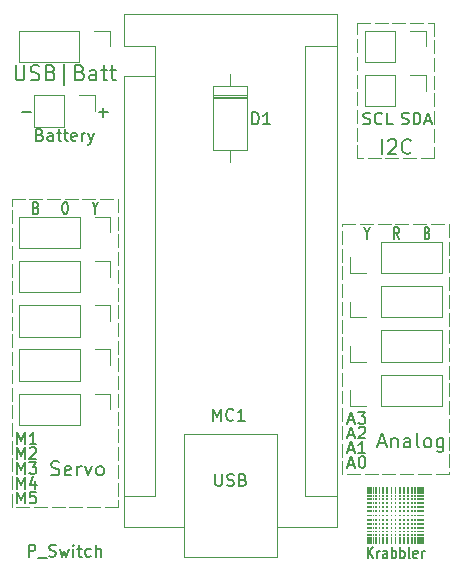
<source format=gbr>
%TF.GenerationSoftware,KiCad,Pcbnew,8.0.3*%
%TF.CreationDate,2024-07-09T10:02:45+02:00*%
%TF.ProjectId,Krabbler,4b726162-626c-4657-922e-6b696361645f,24.1*%
%TF.SameCoordinates,Original*%
%TF.FileFunction,Legend,Top*%
%TF.FilePolarity,Positive*%
%FSLAX46Y46*%
G04 Gerber Fmt 4.6, Leading zero omitted, Abs format (unit mm)*
G04 Created by KiCad (PCBNEW 8.0.3) date 2024-07-09 10:02:45*
%MOMM*%
%LPD*%
G01*
G04 APERTURE LIST*
%ADD10C,0.100000*%
%ADD11C,0.150000*%
%ADD12C,0.120000*%
%ADD13C,0.000000*%
G04 APERTURE END LIST*
D10*
X61600000Y-45980000D02*
X62700000Y-45980000D01*
X63100000Y-45980000D02*
X64200000Y-45980000D01*
X64600000Y-45980000D02*
X65700000Y-45980000D01*
X66100000Y-45980000D02*
X67200000Y-45980000D01*
X67600000Y-45980000D02*
X68700000Y-45980000D01*
X69100000Y-45980000D02*
X70200000Y-45980000D01*
X70600000Y-45980000D02*
X70600000Y-45980000D01*
X70600000Y-45980000D02*
X70600000Y-47080000D01*
X70600000Y-47480000D02*
X70600000Y-48580000D01*
X70600000Y-48980000D02*
X70600000Y-50080000D01*
X70600000Y-50480000D02*
X70600000Y-51580000D01*
X70600000Y-51980000D02*
X70600000Y-53080000D01*
X70600000Y-53480000D02*
X70600000Y-54580000D01*
X70600000Y-54980000D02*
X70600000Y-56080000D01*
X70600000Y-56480000D02*
X70600000Y-57580000D01*
X70600000Y-57980000D02*
X70600000Y-59080000D01*
X70600000Y-59480000D02*
X70600000Y-60580000D01*
X70600000Y-60980000D02*
X70600000Y-62080000D01*
X70600000Y-62480000D02*
X70600000Y-63580000D01*
X70600000Y-63980000D02*
X70600000Y-65080000D01*
X70600000Y-65480000D02*
X70600000Y-66580000D01*
X70600000Y-66980000D02*
X70600000Y-68080000D01*
X70600000Y-68480000D02*
X70600000Y-69580000D01*
X70600000Y-69980000D02*
X70600000Y-71080000D01*
X70600000Y-71480000D02*
X70600000Y-72040000D01*
X70600000Y-72040000D02*
X69500000Y-72040000D01*
X69100000Y-72040000D02*
X68000000Y-72040000D01*
X67600000Y-72040000D02*
X66500000Y-72040000D01*
X66100000Y-72040000D02*
X65000000Y-72040000D01*
X64600000Y-72040000D02*
X63500000Y-72040000D01*
X63100000Y-72040000D02*
X62000000Y-72040000D01*
X61600000Y-72040000D02*
X61600000Y-72040000D01*
X61600000Y-72040000D02*
X61600000Y-70940000D01*
X61600000Y-70540000D02*
X61600000Y-69440000D01*
X61600000Y-69040000D02*
X61600000Y-67940000D01*
X61600000Y-67540000D02*
X61600000Y-66440000D01*
X61600000Y-66040000D02*
X61600000Y-64940000D01*
X61600000Y-64540000D02*
X61600000Y-63440000D01*
X61600000Y-63040000D02*
X61600000Y-61940000D01*
X61600000Y-61540000D02*
X61600000Y-60440000D01*
X61600000Y-60040000D02*
X61600000Y-58940000D01*
X61600000Y-58540000D02*
X61600000Y-57440000D01*
X61600000Y-57040000D02*
X61600000Y-55940000D01*
X61600000Y-55540000D02*
X61600000Y-54440000D01*
X61600000Y-54040000D02*
X61600000Y-52940000D01*
X61600000Y-52540000D02*
X61600000Y-51440000D01*
X61600000Y-51040000D02*
X61600000Y-49940000D01*
X61600000Y-49540000D02*
X61600000Y-48440000D01*
X61600000Y-48040000D02*
X61600000Y-46940000D01*
X61600000Y-46540000D02*
X61600000Y-45980000D01*
X90850000Y-31040000D02*
X91950000Y-31040000D01*
X92350000Y-31040000D02*
X93450000Y-31040000D01*
X93850000Y-31040000D02*
X94950000Y-31040000D01*
X95350000Y-31040000D02*
X96450000Y-31040000D01*
X96850000Y-31040000D02*
X97350000Y-31040000D01*
X97350000Y-31040000D02*
X97350000Y-32140000D01*
X97350000Y-32540000D02*
X97350000Y-33640000D01*
X97350000Y-34040000D02*
X97350000Y-35140000D01*
X97350000Y-35540000D02*
X97350000Y-36640000D01*
X97350000Y-37040000D02*
X97350000Y-38140000D01*
X97350000Y-38540000D02*
X97350000Y-39640000D01*
X97350000Y-40040000D02*
X97350000Y-41140000D01*
X97350000Y-41540000D02*
X97350000Y-42540000D01*
X97350000Y-42540000D02*
X96250000Y-42540000D01*
X95850000Y-42540000D02*
X94750000Y-42540000D01*
X94350000Y-42540000D02*
X93250000Y-42540000D01*
X92850000Y-42540000D02*
X91750000Y-42540000D01*
X91350000Y-42540000D02*
X90850000Y-42540000D01*
X90850000Y-42540000D02*
X90850000Y-41440000D01*
X90850000Y-41040000D02*
X90850000Y-39940000D01*
X90850000Y-39540000D02*
X90850000Y-38440000D01*
X90850000Y-38040000D02*
X90850000Y-36940000D01*
X90850000Y-36540000D02*
X90850000Y-35440000D01*
X90850000Y-35040000D02*
X90850000Y-33940000D01*
X90850000Y-33540000D02*
X90850000Y-32440000D01*
X90850000Y-32040000D02*
X90850000Y-31040000D01*
X89600000Y-48090000D02*
X90700000Y-48090000D01*
X91100000Y-48090000D02*
X92200000Y-48090000D01*
X92600000Y-48090000D02*
X93700000Y-48090000D01*
X94100000Y-48090000D02*
X95200000Y-48090000D01*
X95600000Y-48090000D02*
X96700000Y-48090000D01*
X97100000Y-48090000D02*
X98200000Y-48090000D01*
X98600000Y-48090000D02*
X98600000Y-48090000D01*
X98600000Y-48090000D02*
X98600000Y-49190000D01*
X98600000Y-49590000D02*
X98600000Y-50690000D01*
X98600000Y-51090000D02*
X98600000Y-52190000D01*
X98600000Y-52590000D02*
X98600000Y-53690000D01*
X98600000Y-54090000D02*
X98600000Y-55190000D01*
X98600000Y-55590000D02*
X98600000Y-56690000D01*
X98600000Y-57090000D02*
X98600000Y-58190000D01*
X98600000Y-58590000D02*
X98600000Y-59690000D01*
X98600000Y-60090000D02*
X98600000Y-61190000D01*
X98600000Y-61590000D02*
X98600000Y-62690000D01*
X98600000Y-63090000D02*
X98600000Y-64190000D01*
X98600000Y-64590000D02*
X98600000Y-65690000D01*
X98600000Y-66090000D02*
X98600000Y-67190000D01*
X98600000Y-67590000D02*
X98600000Y-68690000D01*
X98600000Y-69090000D02*
X98600000Y-69290000D01*
X98600000Y-69290000D02*
X97500000Y-69290000D01*
X97100000Y-69290000D02*
X96000000Y-69290000D01*
X95600000Y-69290000D02*
X94500000Y-69290000D01*
X94100000Y-69290000D02*
X93000000Y-69290000D01*
X92600000Y-69290000D02*
X91500000Y-69290000D01*
X91100000Y-69290000D02*
X90000000Y-69290000D01*
X89600000Y-69290000D02*
X89600000Y-69290000D01*
X89600000Y-69290000D02*
X89600000Y-68190000D01*
X89600000Y-67790000D02*
X89600000Y-66690000D01*
X89600000Y-66290000D02*
X89600000Y-65190000D01*
X89600000Y-64790000D02*
X89600000Y-63690000D01*
X89600000Y-63290000D02*
X89600000Y-62190000D01*
X89600000Y-61790000D02*
X89600000Y-60690000D01*
X89600000Y-60290000D02*
X89600000Y-59190000D01*
X89600000Y-58790000D02*
X89600000Y-57690000D01*
X89600000Y-57290000D02*
X89600000Y-56190000D01*
X89600000Y-55790000D02*
X89600000Y-54690000D01*
X89600000Y-54290000D02*
X89600000Y-53190000D01*
X89600000Y-52790000D02*
X89600000Y-51690000D01*
X89600000Y-51290000D02*
X89600000Y-50190000D01*
X89600000Y-49790000D02*
X89600000Y-48690000D01*
X89600000Y-48290000D02*
X89600000Y-48090000D01*
D11*
X91779160Y-76409819D02*
X91779160Y-75409819D01*
X92236303Y-76409819D02*
X91893445Y-75838390D01*
X92236303Y-75409819D02*
X91779160Y-75981247D01*
X92579160Y-76409819D02*
X92579160Y-75743152D01*
X92579160Y-75933628D02*
X92617255Y-75838390D01*
X92617255Y-75838390D02*
X92655350Y-75790771D01*
X92655350Y-75790771D02*
X92731541Y-75743152D01*
X92731541Y-75743152D02*
X92807731Y-75743152D01*
X93417255Y-76409819D02*
X93417255Y-75886009D01*
X93417255Y-75886009D02*
X93379160Y-75790771D01*
X93379160Y-75790771D02*
X93302969Y-75743152D01*
X93302969Y-75743152D02*
X93150588Y-75743152D01*
X93150588Y-75743152D02*
X93074398Y-75790771D01*
X93417255Y-76362200D02*
X93341064Y-76409819D01*
X93341064Y-76409819D02*
X93150588Y-76409819D01*
X93150588Y-76409819D02*
X93074398Y-76362200D01*
X93074398Y-76362200D02*
X93036302Y-76266961D01*
X93036302Y-76266961D02*
X93036302Y-76171723D01*
X93036302Y-76171723D02*
X93074398Y-76076485D01*
X93074398Y-76076485D02*
X93150588Y-76028866D01*
X93150588Y-76028866D02*
X93341064Y-76028866D01*
X93341064Y-76028866D02*
X93417255Y-75981247D01*
X93798208Y-76409819D02*
X93798208Y-75409819D01*
X93798208Y-75790771D02*
X93874398Y-75743152D01*
X93874398Y-75743152D02*
X94026779Y-75743152D01*
X94026779Y-75743152D02*
X94102970Y-75790771D01*
X94102970Y-75790771D02*
X94141065Y-75838390D01*
X94141065Y-75838390D02*
X94179160Y-75933628D01*
X94179160Y-75933628D02*
X94179160Y-76219342D01*
X94179160Y-76219342D02*
X94141065Y-76314580D01*
X94141065Y-76314580D02*
X94102970Y-76362200D01*
X94102970Y-76362200D02*
X94026779Y-76409819D01*
X94026779Y-76409819D02*
X93874398Y-76409819D01*
X93874398Y-76409819D02*
X93798208Y-76362200D01*
X94522018Y-76409819D02*
X94522018Y-75409819D01*
X94522018Y-75790771D02*
X94598208Y-75743152D01*
X94598208Y-75743152D02*
X94750589Y-75743152D01*
X94750589Y-75743152D02*
X94826780Y-75790771D01*
X94826780Y-75790771D02*
X94864875Y-75838390D01*
X94864875Y-75838390D02*
X94902970Y-75933628D01*
X94902970Y-75933628D02*
X94902970Y-76219342D01*
X94902970Y-76219342D02*
X94864875Y-76314580D01*
X94864875Y-76314580D02*
X94826780Y-76362200D01*
X94826780Y-76362200D02*
X94750589Y-76409819D01*
X94750589Y-76409819D02*
X94598208Y-76409819D01*
X94598208Y-76409819D02*
X94522018Y-76362200D01*
X95360113Y-76409819D02*
X95283923Y-76362200D01*
X95283923Y-76362200D02*
X95245828Y-76266961D01*
X95245828Y-76266961D02*
X95245828Y-75409819D01*
X95969638Y-76362200D02*
X95893447Y-76409819D01*
X95893447Y-76409819D02*
X95741066Y-76409819D01*
X95741066Y-76409819D02*
X95664876Y-76362200D01*
X95664876Y-76362200D02*
X95626780Y-76266961D01*
X95626780Y-76266961D02*
X95626780Y-75886009D01*
X95626780Y-75886009D02*
X95664876Y-75790771D01*
X95664876Y-75790771D02*
X95741066Y-75743152D01*
X95741066Y-75743152D02*
X95893447Y-75743152D01*
X95893447Y-75743152D02*
X95969638Y-75790771D01*
X95969638Y-75790771D02*
X96007733Y-75886009D01*
X96007733Y-75886009D02*
X96007733Y-75981247D01*
X96007733Y-75981247D02*
X95626780Y-76076485D01*
X96350590Y-76409819D02*
X96350590Y-75743152D01*
X96350590Y-75933628D02*
X96388685Y-75838390D01*
X96388685Y-75838390D02*
X96426780Y-75790771D01*
X96426780Y-75790771D02*
X96502971Y-75743152D01*
X96502971Y-75743152D02*
X96579161Y-75743152D01*
X92677255Y-66667485D02*
X93248684Y-66667485D01*
X92562969Y-67010342D02*
X92962969Y-65810342D01*
X92962969Y-65810342D02*
X93362969Y-67010342D01*
X93762969Y-66210342D02*
X93762969Y-67010342D01*
X93762969Y-66324628D02*
X93820112Y-66267485D01*
X93820112Y-66267485D02*
X93934397Y-66210342D01*
X93934397Y-66210342D02*
X94105826Y-66210342D01*
X94105826Y-66210342D02*
X94220112Y-66267485D01*
X94220112Y-66267485D02*
X94277255Y-66381771D01*
X94277255Y-66381771D02*
X94277255Y-67010342D01*
X95362969Y-67010342D02*
X95362969Y-66381771D01*
X95362969Y-66381771D02*
X95305826Y-66267485D01*
X95305826Y-66267485D02*
X95191540Y-66210342D01*
X95191540Y-66210342D02*
X94962969Y-66210342D01*
X94962969Y-66210342D02*
X94848683Y-66267485D01*
X95362969Y-66953200D02*
X95248683Y-67010342D01*
X95248683Y-67010342D02*
X94962969Y-67010342D01*
X94962969Y-67010342D02*
X94848683Y-66953200D01*
X94848683Y-66953200D02*
X94791540Y-66838914D01*
X94791540Y-66838914D02*
X94791540Y-66724628D01*
X94791540Y-66724628D02*
X94848683Y-66610342D01*
X94848683Y-66610342D02*
X94962969Y-66553200D01*
X94962969Y-66553200D02*
X95248683Y-66553200D01*
X95248683Y-66553200D02*
X95362969Y-66496057D01*
X96105825Y-67010342D02*
X95991540Y-66953200D01*
X95991540Y-66953200D02*
X95934397Y-66838914D01*
X95934397Y-66838914D02*
X95934397Y-65810342D01*
X96734396Y-67010342D02*
X96620111Y-66953200D01*
X96620111Y-66953200D02*
X96562968Y-66896057D01*
X96562968Y-66896057D02*
X96505825Y-66781771D01*
X96505825Y-66781771D02*
X96505825Y-66438914D01*
X96505825Y-66438914D02*
X96562968Y-66324628D01*
X96562968Y-66324628D02*
X96620111Y-66267485D01*
X96620111Y-66267485D02*
X96734396Y-66210342D01*
X96734396Y-66210342D02*
X96905825Y-66210342D01*
X96905825Y-66210342D02*
X97020111Y-66267485D01*
X97020111Y-66267485D02*
X97077254Y-66324628D01*
X97077254Y-66324628D02*
X97134396Y-66438914D01*
X97134396Y-66438914D02*
X97134396Y-66781771D01*
X97134396Y-66781771D02*
X97077254Y-66896057D01*
X97077254Y-66896057D02*
X97020111Y-66953200D01*
X97020111Y-66953200D02*
X96905825Y-67010342D01*
X96905825Y-67010342D02*
X96734396Y-67010342D01*
X98162968Y-66210342D02*
X98162968Y-67181771D01*
X98162968Y-67181771D02*
X98105825Y-67296057D01*
X98105825Y-67296057D02*
X98048682Y-67353200D01*
X98048682Y-67353200D02*
X97934396Y-67410342D01*
X97934396Y-67410342D02*
X97762968Y-67410342D01*
X97762968Y-67410342D02*
X97648682Y-67353200D01*
X98162968Y-66953200D02*
X98048682Y-67010342D01*
X98048682Y-67010342D02*
X97820110Y-67010342D01*
X97820110Y-67010342D02*
X97705825Y-66953200D01*
X97705825Y-66953200D02*
X97648682Y-66896057D01*
X97648682Y-66896057D02*
X97591539Y-66781771D01*
X97591539Y-66781771D02*
X97591539Y-66438914D01*
X97591539Y-66438914D02*
X97648682Y-66324628D01*
X97648682Y-66324628D02*
X97705825Y-66267485D01*
X97705825Y-66267485D02*
X97820110Y-66210342D01*
X97820110Y-66210342D02*
X98048682Y-66210342D01*
X98048682Y-66210342D02*
X98162968Y-66267485D01*
X68698684Y-46773628D02*
X68698684Y-47249819D01*
X68465350Y-46249819D02*
X68698684Y-46773628D01*
X68698684Y-46773628D02*
X68932017Y-46249819D01*
X66068684Y-46249819D02*
X66202017Y-46249819D01*
X66202017Y-46249819D02*
X66268684Y-46297438D01*
X66268684Y-46297438D02*
X66335350Y-46392676D01*
X66335350Y-46392676D02*
X66368684Y-46583152D01*
X66368684Y-46583152D02*
X66368684Y-46916485D01*
X66368684Y-46916485D02*
X66335350Y-47106961D01*
X66335350Y-47106961D02*
X66268684Y-47202200D01*
X66268684Y-47202200D02*
X66202017Y-47249819D01*
X66202017Y-47249819D02*
X66068684Y-47249819D01*
X66068684Y-47249819D02*
X66002017Y-47202200D01*
X66002017Y-47202200D02*
X65935350Y-47106961D01*
X65935350Y-47106961D02*
X65902017Y-46916485D01*
X65902017Y-46916485D02*
X65902017Y-46583152D01*
X65902017Y-46583152D02*
X65935350Y-46392676D01*
X65935350Y-46392676D02*
X66002017Y-46297438D01*
X66002017Y-46297438D02*
X66068684Y-46249819D01*
X94415350Y-49359819D02*
X94182017Y-48883628D01*
X94015350Y-49359819D02*
X94015350Y-48359819D01*
X94015350Y-48359819D02*
X94282017Y-48359819D01*
X94282017Y-48359819D02*
X94348684Y-48407438D01*
X94348684Y-48407438D02*
X94382017Y-48455057D01*
X94382017Y-48455057D02*
X94415350Y-48550295D01*
X94415350Y-48550295D02*
X94415350Y-48693152D01*
X94415350Y-48693152D02*
X94382017Y-48788390D01*
X94382017Y-48788390D02*
X94348684Y-48836009D01*
X94348684Y-48836009D02*
X94282017Y-48883628D01*
X94282017Y-48883628D02*
X94015350Y-48883628D01*
X63688684Y-46726009D02*
X63788684Y-46773628D01*
X63788684Y-46773628D02*
X63822017Y-46821247D01*
X63822017Y-46821247D02*
X63855350Y-46916485D01*
X63855350Y-46916485D02*
X63855350Y-47059342D01*
X63855350Y-47059342D02*
X63822017Y-47154580D01*
X63822017Y-47154580D02*
X63788684Y-47202200D01*
X63788684Y-47202200D02*
X63722017Y-47249819D01*
X63722017Y-47249819D02*
X63455350Y-47249819D01*
X63455350Y-47249819D02*
X63455350Y-46249819D01*
X63455350Y-46249819D02*
X63688684Y-46249819D01*
X63688684Y-46249819D02*
X63755350Y-46297438D01*
X63755350Y-46297438D02*
X63788684Y-46345057D01*
X63788684Y-46345057D02*
X63822017Y-46440295D01*
X63822017Y-46440295D02*
X63822017Y-46535533D01*
X63822017Y-46535533D02*
X63788684Y-46630771D01*
X63788684Y-46630771D02*
X63755350Y-46678390D01*
X63755350Y-46678390D02*
X63688684Y-46726009D01*
X63688684Y-46726009D02*
X63455350Y-46726009D01*
X92984398Y-42135342D02*
X92984398Y-40935342D01*
X93498684Y-41049628D02*
X93555827Y-40992485D01*
X93555827Y-40992485D02*
X93670113Y-40935342D01*
X93670113Y-40935342D02*
X93955827Y-40935342D01*
X93955827Y-40935342D02*
X94070113Y-40992485D01*
X94070113Y-40992485D02*
X94127255Y-41049628D01*
X94127255Y-41049628D02*
X94184398Y-41163914D01*
X94184398Y-41163914D02*
X94184398Y-41278200D01*
X94184398Y-41278200D02*
X94127255Y-41449628D01*
X94127255Y-41449628D02*
X93441541Y-42135342D01*
X93441541Y-42135342D02*
X94184398Y-42135342D01*
X95384398Y-42021057D02*
X95327255Y-42078200D01*
X95327255Y-42078200D02*
X95155827Y-42135342D01*
X95155827Y-42135342D02*
X95041541Y-42135342D01*
X95041541Y-42135342D02*
X94870112Y-42078200D01*
X94870112Y-42078200D02*
X94755827Y-41963914D01*
X94755827Y-41963914D02*
X94698684Y-41849628D01*
X94698684Y-41849628D02*
X94641541Y-41621057D01*
X94641541Y-41621057D02*
X94641541Y-41449628D01*
X94641541Y-41449628D02*
X94698684Y-41221057D01*
X94698684Y-41221057D02*
X94755827Y-41106771D01*
X94755827Y-41106771D02*
X94870112Y-40992485D01*
X94870112Y-40992485D02*
X95041541Y-40935342D01*
X95041541Y-40935342D02*
X95155827Y-40935342D01*
X95155827Y-40935342D02*
X95327255Y-40992485D01*
X95327255Y-40992485D02*
X95384398Y-41049628D01*
X64952255Y-69328200D02*
X65123684Y-69385342D01*
X65123684Y-69385342D02*
X65409398Y-69385342D01*
X65409398Y-69385342D02*
X65523684Y-69328200D01*
X65523684Y-69328200D02*
X65580826Y-69271057D01*
X65580826Y-69271057D02*
X65637969Y-69156771D01*
X65637969Y-69156771D02*
X65637969Y-69042485D01*
X65637969Y-69042485D02*
X65580826Y-68928200D01*
X65580826Y-68928200D02*
X65523684Y-68871057D01*
X65523684Y-68871057D02*
X65409398Y-68813914D01*
X65409398Y-68813914D02*
X65180826Y-68756771D01*
X65180826Y-68756771D02*
X65066541Y-68699628D01*
X65066541Y-68699628D02*
X65009398Y-68642485D01*
X65009398Y-68642485D02*
X64952255Y-68528200D01*
X64952255Y-68528200D02*
X64952255Y-68413914D01*
X64952255Y-68413914D02*
X65009398Y-68299628D01*
X65009398Y-68299628D02*
X65066541Y-68242485D01*
X65066541Y-68242485D02*
X65180826Y-68185342D01*
X65180826Y-68185342D02*
X65466541Y-68185342D01*
X65466541Y-68185342D02*
X65637969Y-68242485D01*
X66609398Y-69328200D02*
X66495112Y-69385342D01*
X66495112Y-69385342D02*
X66266541Y-69385342D01*
X66266541Y-69385342D02*
X66152255Y-69328200D01*
X66152255Y-69328200D02*
X66095112Y-69213914D01*
X66095112Y-69213914D02*
X66095112Y-68756771D01*
X66095112Y-68756771D02*
X66152255Y-68642485D01*
X66152255Y-68642485D02*
X66266541Y-68585342D01*
X66266541Y-68585342D02*
X66495112Y-68585342D01*
X66495112Y-68585342D02*
X66609398Y-68642485D01*
X66609398Y-68642485D02*
X66666541Y-68756771D01*
X66666541Y-68756771D02*
X66666541Y-68871057D01*
X66666541Y-68871057D02*
X66095112Y-68985342D01*
X67180826Y-69385342D02*
X67180826Y-68585342D01*
X67180826Y-68813914D02*
X67237969Y-68699628D01*
X67237969Y-68699628D02*
X67295112Y-68642485D01*
X67295112Y-68642485D02*
X67409397Y-68585342D01*
X67409397Y-68585342D02*
X67523683Y-68585342D01*
X67809397Y-68585342D02*
X68095111Y-69385342D01*
X68095111Y-69385342D02*
X68380826Y-68585342D01*
X69009397Y-69385342D02*
X68895112Y-69328200D01*
X68895112Y-69328200D02*
X68837969Y-69271057D01*
X68837969Y-69271057D02*
X68780826Y-69156771D01*
X68780826Y-69156771D02*
X68780826Y-68813914D01*
X68780826Y-68813914D02*
X68837969Y-68699628D01*
X68837969Y-68699628D02*
X68895112Y-68642485D01*
X68895112Y-68642485D02*
X69009397Y-68585342D01*
X69009397Y-68585342D02*
X69180826Y-68585342D01*
X69180826Y-68585342D02*
X69295112Y-68642485D01*
X69295112Y-68642485D02*
X69352255Y-68699628D01*
X69352255Y-68699628D02*
X69409397Y-68813914D01*
X69409397Y-68813914D02*
X69409397Y-69156771D01*
X69409397Y-69156771D02*
X69352255Y-69271057D01*
X69352255Y-69271057D02*
X69295112Y-69328200D01*
X69295112Y-69328200D02*
X69180826Y-69385342D01*
X69180826Y-69385342D02*
X69009397Y-69385342D01*
X91698684Y-48883628D02*
X91698684Y-49359819D01*
X91465350Y-48359819D02*
X91698684Y-48883628D01*
X91698684Y-48883628D02*
X91932017Y-48359819D01*
X96798684Y-48836009D02*
X96898684Y-48883628D01*
X96898684Y-48883628D02*
X96932017Y-48931247D01*
X96932017Y-48931247D02*
X96965350Y-49026485D01*
X96965350Y-49026485D02*
X96965350Y-49169342D01*
X96965350Y-49169342D02*
X96932017Y-49264580D01*
X96932017Y-49264580D02*
X96898684Y-49312200D01*
X96898684Y-49312200D02*
X96832017Y-49359819D01*
X96832017Y-49359819D02*
X96565350Y-49359819D01*
X96565350Y-49359819D02*
X96565350Y-48359819D01*
X96565350Y-48359819D02*
X96798684Y-48359819D01*
X96798684Y-48359819D02*
X96865350Y-48407438D01*
X96865350Y-48407438D02*
X96898684Y-48455057D01*
X96898684Y-48455057D02*
X96932017Y-48550295D01*
X96932017Y-48550295D02*
X96932017Y-48645533D01*
X96932017Y-48645533D02*
X96898684Y-48740771D01*
X96898684Y-48740771D02*
X96865350Y-48788390D01*
X96865350Y-48788390D02*
X96798684Y-48836009D01*
X96798684Y-48836009D02*
X96565350Y-48836009D01*
X94639160Y-39612200D02*
X94782017Y-39659819D01*
X94782017Y-39659819D02*
X95020112Y-39659819D01*
X95020112Y-39659819D02*
X95115350Y-39612200D01*
X95115350Y-39612200D02*
X95162969Y-39564580D01*
X95162969Y-39564580D02*
X95210588Y-39469342D01*
X95210588Y-39469342D02*
X95210588Y-39374104D01*
X95210588Y-39374104D02*
X95162969Y-39278866D01*
X95162969Y-39278866D02*
X95115350Y-39231247D01*
X95115350Y-39231247D02*
X95020112Y-39183628D01*
X95020112Y-39183628D02*
X94829636Y-39136009D01*
X94829636Y-39136009D02*
X94734398Y-39088390D01*
X94734398Y-39088390D02*
X94686779Y-39040771D01*
X94686779Y-39040771D02*
X94639160Y-38945533D01*
X94639160Y-38945533D02*
X94639160Y-38850295D01*
X94639160Y-38850295D02*
X94686779Y-38755057D01*
X94686779Y-38755057D02*
X94734398Y-38707438D01*
X94734398Y-38707438D02*
X94829636Y-38659819D01*
X94829636Y-38659819D02*
X95067731Y-38659819D01*
X95067731Y-38659819D02*
X95210588Y-38707438D01*
X95639160Y-39659819D02*
X95639160Y-38659819D01*
X95639160Y-38659819D02*
X95877255Y-38659819D01*
X95877255Y-38659819D02*
X96020112Y-38707438D01*
X96020112Y-38707438D02*
X96115350Y-38802676D01*
X96115350Y-38802676D02*
X96162969Y-38897914D01*
X96162969Y-38897914D02*
X96210588Y-39088390D01*
X96210588Y-39088390D02*
X96210588Y-39231247D01*
X96210588Y-39231247D02*
X96162969Y-39421723D01*
X96162969Y-39421723D02*
X96115350Y-39516961D01*
X96115350Y-39516961D02*
X96020112Y-39612200D01*
X96020112Y-39612200D02*
X95877255Y-39659819D01*
X95877255Y-39659819D02*
X95639160Y-39659819D01*
X96591541Y-39374104D02*
X97067731Y-39374104D01*
X96496303Y-39659819D02*
X96829636Y-38659819D01*
X96829636Y-38659819D02*
X97162969Y-39659819D01*
X91389160Y-39612200D02*
X91532017Y-39659819D01*
X91532017Y-39659819D02*
X91770112Y-39659819D01*
X91770112Y-39659819D02*
X91865350Y-39612200D01*
X91865350Y-39612200D02*
X91912969Y-39564580D01*
X91912969Y-39564580D02*
X91960588Y-39469342D01*
X91960588Y-39469342D02*
X91960588Y-39374104D01*
X91960588Y-39374104D02*
X91912969Y-39278866D01*
X91912969Y-39278866D02*
X91865350Y-39231247D01*
X91865350Y-39231247D02*
X91770112Y-39183628D01*
X91770112Y-39183628D02*
X91579636Y-39136009D01*
X91579636Y-39136009D02*
X91484398Y-39088390D01*
X91484398Y-39088390D02*
X91436779Y-39040771D01*
X91436779Y-39040771D02*
X91389160Y-38945533D01*
X91389160Y-38945533D02*
X91389160Y-38850295D01*
X91389160Y-38850295D02*
X91436779Y-38755057D01*
X91436779Y-38755057D02*
X91484398Y-38707438D01*
X91484398Y-38707438D02*
X91579636Y-38659819D01*
X91579636Y-38659819D02*
X91817731Y-38659819D01*
X91817731Y-38659819D02*
X91960588Y-38707438D01*
X92960588Y-39564580D02*
X92912969Y-39612200D01*
X92912969Y-39612200D02*
X92770112Y-39659819D01*
X92770112Y-39659819D02*
X92674874Y-39659819D01*
X92674874Y-39659819D02*
X92532017Y-39612200D01*
X92532017Y-39612200D02*
X92436779Y-39516961D01*
X92436779Y-39516961D02*
X92389160Y-39421723D01*
X92389160Y-39421723D02*
X92341541Y-39231247D01*
X92341541Y-39231247D02*
X92341541Y-39088390D01*
X92341541Y-39088390D02*
X92389160Y-38897914D01*
X92389160Y-38897914D02*
X92436779Y-38802676D01*
X92436779Y-38802676D02*
X92532017Y-38707438D01*
X92532017Y-38707438D02*
X92674874Y-38659819D01*
X92674874Y-38659819D02*
X92770112Y-38659819D01*
X92770112Y-38659819D02*
X92912969Y-38707438D01*
X92912969Y-38707438D02*
X92960588Y-38755057D01*
X93865350Y-39659819D02*
X93389160Y-39659819D01*
X93389160Y-39659819D02*
X93389160Y-38659819D01*
X62040476Y-71744819D02*
X62040476Y-70744819D01*
X62040476Y-70744819D02*
X62373809Y-71459104D01*
X62373809Y-71459104D02*
X62707142Y-70744819D01*
X62707142Y-70744819D02*
X62707142Y-71744819D01*
X63659523Y-70744819D02*
X63183333Y-70744819D01*
X63183333Y-70744819D02*
X63135714Y-71221009D01*
X63135714Y-71221009D02*
X63183333Y-71173390D01*
X63183333Y-71173390D02*
X63278571Y-71125771D01*
X63278571Y-71125771D02*
X63516666Y-71125771D01*
X63516666Y-71125771D02*
X63611904Y-71173390D01*
X63611904Y-71173390D02*
X63659523Y-71221009D01*
X63659523Y-71221009D02*
X63707142Y-71316247D01*
X63707142Y-71316247D02*
X63707142Y-71554342D01*
X63707142Y-71554342D02*
X63659523Y-71649580D01*
X63659523Y-71649580D02*
X63611904Y-71697200D01*
X63611904Y-71697200D02*
X63516666Y-71744819D01*
X63516666Y-71744819D02*
X63278571Y-71744819D01*
X63278571Y-71744819D02*
X63183333Y-71697200D01*
X63183333Y-71697200D02*
X63135714Y-71649580D01*
X64003570Y-40521009D02*
X64146427Y-40568628D01*
X64146427Y-40568628D02*
X64194046Y-40616247D01*
X64194046Y-40616247D02*
X64241665Y-40711485D01*
X64241665Y-40711485D02*
X64241665Y-40854342D01*
X64241665Y-40854342D02*
X64194046Y-40949580D01*
X64194046Y-40949580D02*
X64146427Y-40997200D01*
X64146427Y-40997200D02*
X64051189Y-41044819D01*
X64051189Y-41044819D02*
X63670237Y-41044819D01*
X63670237Y-41044819D02*
X63670237Y-40044819D01*
X63670237Y-40044819D02*
X64003570Y-40044819D01*
X64003570Y-40044819D02*
X64098808Y-40092438D01*
X64098808Y-40092438D02*
X64146427Y-40140057D01*
X64146427Y-40140057D02*
X64194046Y-40235295D01*
X64194046Y-40235295D02*
X64194046Y-40330533D01*
X64194046Y-40330533D02*
X64146427Y-40425771D01*
X64146427Y-40425771D02*
X64098808Y-40473390D01*
X64098808Y-40473390D02*
X64003570Y-40521009D01*
X64003570Y-40521009D02*
X63670237Y-40521009D01*
X65098808Y-41044819D02*
X65098808Y-40521009D01*
X65098808Y-40521009D02*
X65051189Y-40425771D01*
X65051189Y-40425771D02*
X64955951Y-40378152D01*
X64955951Y-40378152D02*
X64765475Y-40378152D01*
X64765475Y-40378152D02*
X64670237Y-40425771D01*
X65098808Y-40997200D02*
X65003570Y-41044819D01*
X65003570Y-41044819D02*
X64765475Y-41044819D01*
X64765475Y-41044819D02*
X64670237Y-40997200D01*
X64670237Y-40997200D02*
X64622618Y-40901961D01*
X64622618Y-40901961D02*
X64622618Y-40806723D01*
X64622618Y-40806723D02*
X64670237Y-40711485D01*
X64670237Y-40711485D02*
X64765475Y-40663866D01*
X64765475Y-40663866D02*
X65003570Y-40663866D01*
X65003570Y-40663866D02*
X65098808Y-40616247D01*
X65432142Y-40378152D02*
X65813094Y-40378152D01*
X65574999Y-40044819D02*
X65574999Y-40901961D01*
X65574999Y-40901961D02*
X65622618Y-40997200D01*
X65622618Y-40997200D02*
X65717856Y-41044819D01*
X65717856Y-41044819D02*
X65813094Y-41044819D01*
X66003571Y-40378152D02*
X66384523Y-40378152D01*
X66146428Y-40044819D02*
X66146428Y-40901961D01*
X66146428Y-40901961D02*
X66194047Y-40997200D01*
X66194047Y-40997200D02*
X66289285Y-41044819D01*
X66289285Y-41044819D02*
X66384523Y-41044819D01*
X67098809Y-40997200D02*
X67003571Y-41044819D01*
X67003571Y-41044819D02*
X66813095Y-41044819D01*
X66813095Y-41044819D02*
X66717857Y-40997200D01*
X66717857Y-40997200D02*
X66670238Y-40901961D01*
X66670238Y-40901961D02*
X66670238Y-40521009D01*
X66670238Y-40521009D02*
X66717857Y-40425771D01*
X66717857Y-40425771D02*
X66813095Y-40378152D01*
X66813095Y-40378152D02*
X67003571Y-40378152D01*
X67003571Y-40378152D02*
X67098809Y-40425771D01*
X67098809Y-40425771D02*
X67146428Y-40521009D01*
X67146428Y-40521009D02*
X67146428Y-40616247D01*
X67146428Y-40616247D02*
X66670238Y-40711485D01*
X67575000Y-41044819D02*
X67575000Y-40378152D01*
X67575000Y-40568628D02*
X67622619Y-40473390D01*
X67622619Y-40473390D02*
X67670238Y-40425771D01*
X67670238Y-40425771D02*
X67765476Y-40378152D01*
X67765476Y-40378152D02*
X67860714Y-40378152D01*
X68098810Y-40378152D02*
X68336905Y-41044819D01*
X68575000Y-40378152D02*
X68336905Y-41044819D01*
X68336905Y-41044819D02*
X68241667Y-41282914D01*
X68241667Y-41282914D02*
X68194048Y-41330533D01*
X68194048Y-41330533D02*
X68098810Y-41378152D01*
X68969048Y-38613866D02*
X69730953Y-38613866D01*
X69350000Y-38994819D02*
X69350000Y-38232914D01*
X62469048Y-38613866D02*
X63230953Y-38613866D01*
X81961905Y-39644819D02*
X81961905Y-38644819D01*
X81961905Y-38644819D02*
X82200000Y-38644819D01*
X82200000Y-38644819D02*
X82342857Y-38692438D01*
X82342857Y-38692438D02*
X82438095Y-38787676D01*
X82438095Y-38787676D02*
X82485714Y-38882914D01*
X82485714Y-38882914D02*
X82533333Y-39073390D01*
X82533333Y-39073390D02*
X82533333Y-39216247D01*
X82533333Y-39216247D02*
X82485714Y-39406723D01*
X82485714Y-39406723D02*
X82438095Y-39501961D01*
X82438095Y-39501961D02*
X82342857Y-39597200D01*
X82342857Y-39597200D02*
X82200000Y-39644819D01*
X82200000Y-39644819D02*
X81961905Y-39644819D01*
X83485714Y-39644819D02*
X82914286Y-39644819D01*
X83200000Y-39644819D02*
X83200000Y-38644819D01*
X83200000Y-38644819D02*
X83104762Y-38787676D01*
X83104762Y-38787676D02*
X83009524Y-38882914D01*
X83009524Y-38882914D02*
X82914286Y-38930533D01*
X90135714Y-68459104D02*
X90611904Y-68459104D01*
X90040476Y-68744819D02*
X90373809Y-67744819D01*
X90373809Y-67744819D02*
X90707142Y-68744819D01*
X91230952Y-67744819D02*
X91326190Y-67744819D01*
X91326190Y-67744819D02*
X91421428Y-67792438D01*
X91421428Y-67792438D02*
X91469047Y-67840057D01*
X91469047Y-67840057D02*
X91516666Y-67935295D01*
X91516666Y-67935295D02*
X91564285Y-68125771D01*
X91564285Y-68125771D02*
X91564285Y-68363866D01*
X91564285Y-68363866D02*
X91516666Y-68554342D01*
X91516666Y-68554342D02*
X91469047Y-68649580D01*
X91469047Y-68649580D02*
X91421428Y-68697200D01*
X91421428Y-68697200D02*
X91326190Y-68744819D01*
X91326190Y-68744819D02*
X91230952Y-68744819D01*
X91230952Y-68744819D02*
X91135714Y-68697200D01*
X91135714Y-68697200D02*
X91088095Y-68649580D01*
X91088095Y-68649580D02*
X91040476Y-68554342D01*
X91040476Y-68554342D02*
X90992857Y-68363866D01*
X90992857Y-68363866D02*
X90992857Y-68125771D01*
X90992857Y-68125771D02*
X91040476Y-67935295D01*
X91040476Y-67935295D02*
X91088095Y-67840057D01*
X91088095Y-67840057D02*
X91135714Y-67792438D01*
X91135714Y-67792438D02*
X91230952Y-67744819D01*
X63052381Y-76244819D02*
X63052381Y-75244819D01*
X63052381Y-75244819D02*
X63433333Y-75244819D01*
X63433333Y-75244819D02*
X63528571Y-75292438D01*
X63528571Y-75292438D02*
X63576190Y-75340057D01*
X63576190Y-75340057D02*
X63623809Y-75435295D01*
X63623809Y-75435295D02*
X63623809Y-75578152D01*
X63623809Y-75578152D02*
X63576190Y-75673390D01*
X63576190Y-75673390D02*
X63528571Y-75721009D01*
X63528571Y-75721009D02*
X63433333Y-75768628D01*
X63433333Y-75768628D02*
X63052381Y-75768628D01*
X63814286Y-76340057D02*
X64576190Y-76340057D01*
X64766667Y-76197200D02*
X64909524Y-76244819D01*
X64909524Y-76244819D02*
X65147619Y-76244819D01*
X65147619Y-76244819D02*
X65242857Y-76197200D01*
X65242857Y-76197200D02*
X65290476Y-76149580D01*
X65290476Y-76149580D02*
X65338095Y-76054342D01*
X65338095Y-76054342D02*
X65338095Y-75959104D01*
X65338095Y-75959104D02*
X65290476Y-75863866D01*
X65290476Y-75863866D02*
X65242857Y-75816247D01*
X65242857Y-75816247D02*
X65147619Y-75768628D01*
X65147619Y-75768628D02*
X64957143Y-75721009D01*
X64957143Y-75721009D02*
X64861905Y-75673390D01*
X64861905Y-75673390D02*
X64814286Y-75625771D01*
X64814286Y-75625771D02*
X64766667Y-75530533D01*
X64766667Y-75530533D02*
X64766667Y-75435295D01*
X64766667Y-75435295D02*
X64814286Y-75340057D01*
X64814286Y-75340057D02*
X64861905Y-75292438D01*
X64861905Y-75292438D02*
X64957143Y-75244819D01*
X64957143Y-75244819D02*
X65195238Y-75244819D01*
X65195238Y-75244819D02*
X65338095Y-75292438D01*
X65671429Y-75578152D02*
X65861905Y-76244819D01*
X65861905Y-76244819D02*
X66052381Y-75768628D01*
X66052381Y-75768628D02*
X66242857Y-76244819D01*
X66242857Y-76244819D02*
X66433333Y-75578152D01*
X66814286Y-76244819D02*
X66814286Y-75578152D01*
X66814286Y-75244819D02*
X66766667Y-75292438D01*
X66766667Y-75292438D02*
X66814286Y-75340057D01*
X66814286Y-75340057D02*
X66861905Y-75292438D01*
X66861905Y-75292438D02*
X66814286Y-75244819D01*
X66814286Y-75244819D02*
X66814286Y-75340057D01*
X67147619Y-75578152D02*
X67528571Y-75578152D01*
X67290476Y-75244819D02*
X67290476Y-76101961D01*
X67290476Y-76101961D02*
X67338095Y-76197200D01*
X67338095Y-76197200D02*
X67433333Y-76244819D01*
X67433333Y-76244819D02*
X67528571Y-76244819D01*
X68290476Y-76197200D02*
X68195238Y-76244819D01*
X68195238Y-76244819D02*
X68004762Y-76244819D01*
X68004762Y-76244819D02*
X67909524Y-76197200D01*
X67909524Y-76197200D02*
X67861905Y-76149580D01*
X67861905Y-76149580D02*
X67814286Y-76054342D01*
X67814286Y-76054342D02*
X67814286Y-75768628D01*
X67814286Y-75768628D02*
X67861905Y-75673390D01*
X67861905Y-75673390D02*
X67909524Y-75625771D01*
X67909524Y-75625771D02*
X68004762Y-75578152D01*
X68004762Y-75578152D02*
X68195238Y-75578152D01*
X68195238Y-75578152D02*
X68290476Y-75625771D01*
X68719048Y-76244819D02*
X68719048Y-75244819D01*
X69147619Y-76244819D02*
X69147619Y-75721009D01*
X69147619Y-75721009D02*
X69100000Y-75625771D01*
X69100000Y-75625771D02*
X69004762Y-75578152D01*
X69004762Y-75578152D02*
X68861905Y-75578152D01*
X68861905Y-75578152D02*
X68766667Y-75625771D01*
X68766667Y-75625771D02*
X68719048Y-75673390D01*
X78670476Y-64744819D02*
X78670476Y-63744819D01*
X78670476Y-63744819D02*
X79003809Y-64459104D01*
X79003809Y-64459104D02*
X79337142Y-63744819D01*
X79337142Y-63744819D02*
X79337142Y-64744819D01*
X80384761Y-64649580D02*
X80337142Y-64697200D01*
X80337142Y-64697200D02*
X80194285Y-64744819D01*
X80194285Y-64744819D02*
X80099047Y-64744819D01*
X80099047Y-64744819D02*
X79956190Y-64697200D01*
X79956190Y-64697200D02*
X79860952Y-64601961D01*
X79860952Y-64601961D02*
X79813333Y-64506723D01*
X79813333Y-64506723D02*
X79765714Y-64316247D01*
X79765714Y-64316247D02*
X79765714Y-64173390D01*
X79765714Y-64173390D02*
X79813333Y-63982914D01*
X79813333Y-63982914D02*
X79860952Y-63887676D01*
X79860952Y-63887676D02*
X79956190Y-63792438D01*
X79956190Y-63792438D02*
X80099047Y-63744819D01*
X80099047Y-63744819D02*
X80194285Y-63744819D01*
X80194285Y-63744819D02*
X80337142Y-63792438D01*
X80337142Y-63792438D02*
X80384761Y-63840057D01*
X81337142Y-64744819D02*
X80765714Y-64744819D01*
X81051428Y-64744819D02*
X81051428Y-63744819D01*
X81051428Y-63744819D02*
X80956190Y-63887676D01*
X80956190Y-63887676D02*
X80860952Y-63982914D01*
X80860952Y-63982914D02*
X80765714Y-64030533D01*
X78848095Y-69264819D02*
X78848095Y-70074342D01*
X78848095Y-70074342D02*
X78895714Y-70169580D01*
X78895714Y-70169580D02*
X78943333Y-70217200D01*
X78943333Y-70217200D02*
X79038571Y-70264819D01*
X79038571Y-70264819D02*
X79229047Y-70264819D01*
X79229047Y-70264819D02*
X79324285Y-70217200D01*
X79324285Y-70217200D02*
X79371904Y-70169580D01*
X79371904Y-70169580D02*
X79419523Y-70074342D01*
X79419523Y-70074342D02*
X79419523Y-69264819D01*
X79848095Y-70217200D02*
X79990952Y-70264819D01*
X79990952Y-70264819D02*
X80229047Y-70264819D01*
X80229047Y-70264819D02*
X80324285Y-70217200D01*
X80324285Y-70217200D02*
X80371904Y-70169580D01*
X80371904Y-70169580D02*
X80419523Y-70074342D01*
X80419523Y-70074342D02*
X80419523Y-69979104D01*
X80419523Y-69979104D02*
X80371904Y-69883866D01*
X80371904Y-69883866D02*
X80324285Y-69836247D01*
X80324285Y-69836247D02*
X80229047Y-69788628D01*
X80229047Y-69788628D02*
X80038571Y-69741009D01*
X80038571Y-69741009D02*
X79943333Y-69693390D01*
X79943333Y-69693390D02*
X79895714Y-69645771D01*
X79895714Y-69645771D02*
X79848095Y-69550533D01*
X79848095Y-69550533D02*
X79848095Y-69455295D01*
X79848095Y-69455295D02*
X79895714Y-69360057D01*
X79895714Y-69360057D02*
X79943333Y-69312438D01*
X79943333Y-69312438D02*
X80038571Y-69264819D01*
X80038571Y-69264819D02*
X80276666Y-69264819D01*
X80276666Y-69264819D02*
X80419523Y-69312438D01*
X81181428Y-69741009D02*
X81324285Y-69788628D01*
X81324285Y-69788628D02*
X81371904Y-69836247D01*
X81371904Y-69836247D02*
X81419523Y-69931485D01*
X81419523Y-69931485D02*
X81419523Y-70074342D01*
X81419523Y-70074342D02*
X81371904Y-70169580D01*
X81371904Y-70169580D02*
X81324285Y-70217200D01*
X81324285Y-70217200D02*
X81229047Y-70264819D01*
X81229047Y-70264819D02*
X80848095Y-70264819D01*
X80848095Y-70264819D02*
X80848095Y-69264819D01*
X80848095Y-69264819D02*
X81181428Y-69264819D01*
X81181428Y-69264819D02*
X81276666Y-69312438D01*
X81276666Y-69312438D02*
X81324285Y-69360057D01*
X81324285Y-69360057D02*
X81371904Y-69455295D01*
X81371904Y-69455295D02*
X81371904Y-69550533D01*
X81371904Y-69550533D02*
X81324285Y-69645771D01*
X81324285Y-69645771D02*
X81276666Y-69693390D01*
X81276666Y-69693390D02*
X81181428Y-69741009D01*
X81181428Y-69741009D02*
X80848095Y-69741009D01*
X62040476Y-70494819D02*
X62040476Y-69494819D01*
X62040476Y-69494819D02*
X62373809Y-70209104D01*
X62373809Y-70209104D02*
X62707142Y-69494819D01*
X62707142Y-69494819D02*
X62707142Y-70494819D01*
X63611904Y-69828152D02*
X63611904Y-70494819D01*
X63373809Y-69447200D02*
X63135714Y-70161485D01*
X63135714Y-70161485D02*
X63754761Y-70161485D01*
X62040476Y-66744819D02*
X62040476Y-65744819D01*
X62040476Y-65744819D02*
X62373809Y-66459104D01*
X62373809Y-66459104D02*
X62707142Y-65744819D01*
X62707142Y-65744819D02*
X62707142Y-66744819D01*
X63707142Y-66744819D02*
X63135714Y-66744819D01*
X63421428Y-66744819D02*
X63421428Y-65744819D01*
X63421428Y-65744819D02*
X63326190Y-65887676D01*
X63326190Y-65887676D02*
X63230952Y-65982914D01*
X63230952Y-65982914D02*
X63135714Y-66030533D01*
X62040476Y-67994819D02*
X62040476Y-66994819D01*
X62040476Y-66994819D02*
X62373809Y-67709104D01*
X62373809Y-67709104D02*
X62707142Y-66994819D01*
X62707142Y-66994819D02*
X62707142Y-67994819D01*
X63135714Y-67090057D02*
X63183333Y-67042438D01*
X63183333Y-67042438D02*
X63278571Y-66994819D01*
X63278571Y-66994819D02*
X63516666Y-66994819D01*
X63516666Y-66994819D02*
X63611904Y-67042438D01*
X63611904Y-67042438D02*
X63659523Y-67090057D01*
X63659523Y-67090057D02*
X63707142Y-67185295D01*
X63707142Y-67185295D02*
X63707142Y-67280533D01*
X63707142Y-67280533D02*
X63659523Y-67423390D01*
X63659523Y-67423390D02*
X63088095Y-67994819D01*
X63088095Y-67994819D02*
X63707142Y-67994819D01*
X90110714Y-67209104D02*
X90586904Y-67209104D01*
X90015476Y-67494819D02*
X90348809Y-66494819D01*
X90348809Y-66494819D02*
X90682142Y-67494819D01*
X91539285Y-67494819D02*
X90967857Y-67494819D01*
X91253571Y-67494819D02*
X91253571Y-66494819D01*
X91253571Y-66494819D02*
X91158333Y-66637676D01*
X91158333Y-66637676D02*
X91063095Y-66732914D01*
X91063095Y-66732914D02*
X90967857Y-66780533D01*
X61957380Y-34649726D02*
X61957380Y-35677821D01*
X61957380Y-35677821D02*
X62017857Y-35798773D01*
X62017857Y-35798773D02*
X62078333Y-35859250D01*
X62078333Y-35859250D02*
X62199285Y-35919726D01*
X62199285Y-35919726D02*
X62441190Y-35919726D01*
X62441190Y-35919726D02*
X62562142Y-35859250D01*
X62562142Y-35859250D02*
X62622619Y-35798773D01*
X62622619Y-35798773D02*
X62683095Y-35677821D01*
X62683095Y-35677821D02*
X62683095Y-34649726D01*
X63227380Y-35859250D02*
X63408809Y-35919726D01*
X63408809Y-35919726D02*
X63711190Y-35919726D01*
X63711190Y-35919726D02*
X63832142Y-35859250D01*
X63832142Y-35859250D02*
X63892618Y-35798773D01*
X63892618Y-35798773D02*
X63953095Y-35677821D01*
X63953095Y-35677821D02*
X63953095Y-35556869D01*
X63953095Y-35556869D02*
X63892618Y-35435916D01*
X63892618Y-35435916D02*
X63832142Y-35375440D01*
X63832142Y-35375440D02*
X63711190Y-35314964D01*
X63711190Y-35314964D02*
X63469285Y-35254488D01*
X63469285Y-35254488D02*
X63348333Y-35194011D01*
X63348333Y-35194011D02*
X63287856Y-35133535D01*
X63287856Y-35133535D02*
X63227380Y-35012583D01*
X63227380Y-35012583D02*
X63227380Y-34891630D01*
X63227380Y-34891630D02*
X63287856Y-34770678D01*
X63287856Y-34770678D02*
X63348333Y-34710202D01*
X63348333Y-34710202D02*
X63469285Y-34649726D01*
X63469285Y-34649726D02*
X63771666Y-34649726D01*
X63771666Y-34649726D02*
X63953095Y-34710202D01*
X64920714Y-35254488D02*
X65102142Y-35314964D01*
X65102142Y-35314964D02*
X65162619Y-35375440D01*
X65162619Y-35375440D02*
X65223095Y-35496392D01*
X65223095Y-35496392D02*
X65223095Y-35677821D01*
X65223095Y-35677821D02*
X65162619Y-35798773D01*
X65162619Y-35798773D02*
X65102142Y-35859250D01*
X65102142Y-35859250D02*
X64981190Y-35919726D01*
X64981190Y-35919726D02*
X64497380Y-35919726D01*
X64497380Y-35919726D02*
X64497380Y-34649726D01*
X64497380Y-34649726D02*
X64920714Y-34649726D01*
X64920714Y-34649726D02*
X65041666Y-34710202D01*
X65041666Y-34710202D02*
X65102142Y-34770678D01*
X65102142Y-34770678D02*
X65162619Y-34891630D01*
X65162619Y-34891630D02*
X65162619Y-35012583D01*
X65162619Y-35012583D02*
X65102142Y-35133535D01*
X65102142Y-35133535D02*
X65041666Y-35194011D01*
X65041666Y-35194011D02*
X64920714Y-35254488D01*
X64920714Y-35254488D02*
X64497380Y-35254488D01*
X66069761Y-36343059D02*
X66069761Y-34528773D01*
X67400238Y-35254488D02*
X67581666Y-35314964D01*
X67581666Y-35314964D02*
X67642143Y-35375440D01*
X67642143Y-35375440D02*
X67702619Y-35496392D01*
X67702619Y-35496392D02*
X67702619Y-35677821D01*
X67702619Y-35677821D02*
X67642143Y-35798773D01*
X67642143Y-35798773D02*
X67581666Y-35859250D01*
X67581666Y-35859250D02*
X67460714Y-35919726D01*
X67460714Y-35919726D02*
X66976904Y-35919726D01*
X66976904Y-35919726D02*
X66976904Y-34649726D01*
X66976904Y-34649726D02*
X67400238Y-34649726D01*
X67400238Y-34649726D02*
X67521190Y-34710202D01*
X67521190Y-34710202D02*
X67581666Y-34770678D01*
X67581666Y-34770678D02*
X67642143Y-34891630D01*
X67642143Y-34891630D02*
X67642143Y-35012583D01*
X67642143Y-35012583D02*
X67581666Y-35133535D01*
X67581666Y-35133535D02*
X67521190Y-35194011D01*
X67521190Y-35194011D02*
X67400238Y-35254488D01*
X67400238Y-35254488D02*
X66976904Y-35254488D01*
X68791190Y-35919726D02*
X68791190Y-35254488D01*
X68791190Y-35254488D02*
X68730714Y-35133535D01*
X68730714Y-35133535D02*
X68609762Y-35073059D01*
X68609762Y-35073059D02*
X68367857Y-35073059D01*
X68367857Y-35073059D02*
X68246904Y-35133535D01*
X68791190Y-35859250D02*
X68670238Y-35919726D01*
X68670238Y-35919726D02*
X68367857Y-35919726D01*
X68367857Y-35919726D02*
X68246904Y-35859250D01*
X68246904Y-35859250D02*
X68186428Y-35738297D01*
X68186428Y-35738297D02*
X68186428Y-35617345D01*
X68186428Y-35617345D02*
X68246904Y-35496392D01*
X68246904Y-35496392D02*
X68367857Y-35435916D01*
X68367857Y-35435916D02*
X68670238Y-35435916D01*
X68670238Y-35435916D02*
X68791190Y-35375440D01*
X69214524Y-35073059D02*
X69698333Y-35073059D01*
X69395952Y-34649726D02*
X69395952Y-35738297D01*
X69395952Y-35738297D02*
X69456429Y-35859250D01*
X69456429Y-35859250D02*
X69577381Y-35919726D01*
X69577381Y-35919726D02*
X69698333Y-35919726D01*
X69940238Y-35073059D02*
X70424047Y-35073059D01*
X70121666Y-34649726D02*
X70121666Y-35738297D01*
X70121666Y-35738297D02*
X70182143Y-35859250D01*
X70182143Y-35859250D02*
X70303095Y-35919726D01*
X70303095Y-35919726D02*
X70424047Y-35919726D01*
X62040476Y-69244819D02*
X62040476Y-68244819D01*
X62040476Y-68244819D02*
X62373809Y-68959104D01*
X62373809Y-68959104D02*
X62707142Y-68244819D01*
X62707142Y-68244819D02*
X62707142Y-69244819D01*
X63088095Y-68244819D02*
X63707142Y-68244819D01*
X63707142Y-68244819D02*
X63373809Y-68625771D01*
X63373809Y-68625771D02*
X63516666Y-68625771D01*
X63516666Y-68625771D02*
X63611904Y-68673390D01*
X63611904Y-68673390D02*
X63659523Y-68721009D01*
X63659523Y-68721009D02*
X63707142Y-68816247D01*
X63707142Y-68816247D02*
X63707142Y-69054342D01*
X63707142Y-69054342D02*
X63659523Y-69149580D01*
X63659523Y-69149580D02*
X63611904Y-69197200D01*
X63611904Y-69197200D02*
X63516666Y-69244819D01*
X63516666Y-69244819D02*
X63230952Y-69244819D01*
X63230952Y-69244819D02*
X63135714Y-69197200D01*
X63135714Y-69197200D02*
X63088095Y-69149580D01*
X90135714Y-65959104D02*
X90611904Y-65959104D01*
X90040476Y-66244819D02*
X90373809Y-65244819D01*
X90373809Y-65244819D02*
X90707142Y-66244819D01*
X90992857Y-65340057D02*
X91040476Y-65292438D01*
X91040476Y-65292438D02*
X91135714Y-65244819D01*
X91135714Y-65244819D02*
X91373809Y-65244819D01*
X91373809Y-65244819D02*
X91469047Y-65292438D01*
X91469047Y-65292438D02*
X91516666Y-65340057D01*
X91516666Y-65340057D02*
X91564285Y-65435295D01*
X91564285Y-65435295D02*
X91564285Y-65530533D01*
X91564285Y-65530533D02*
X91516666Y-65673390D01*
X91516666Y-65673390D02*
X90945238Y-66244819D01*
X90945238Y-66244819D02*
X91564285Y-66244819D01*
X90135714Y-64709104D02*
X90611904Y-64709104D01*
X90040476Y-64994819D02*
X90373809Y-63994819D01*
X90373809Y-63994819D02*
X90707142Y-64994819D01*
X90945238Y-63994819D02*
X91564285Y-63994819D01*
X91564285Y-63994819D02*
X91230952Y-64375771D01*
X91230952Y-64375771D02*
X91373809Y-64375771D01*
X91373809Y-64375771D02*
X91469047Y-64423390D01*
X91469047Y-64423390D02*
X91516666Y-64471009D01*
X91516666Y-64471009D02*
X91564285Y-64566247D01*
X91564285Y-64566247D02*
X91564285Y-64804342D01*
X91564285Y-64804342D02*
X91516666Y-64899580D01*
X91516666Y-64899580D02*
X91469047Y-64947200D01*
X91469047Y-64947200D02*
X91373809Y-64994819D01*
X91373809Y-64994819D02*
X91088095Y-64994819D01*
X91088095Y-64994819D02*
X90992857Y-64947200D01*
X90992857Y-64947200D02*
X90945238Y-64899580D01*
D12*
%TO.C,M5*%
X62215000Y-62460000D02*
X62215000Y-65120000D01*
X67355000Y-62460000D02*
X62215000Y-62460000D01*
X67355000Y-62460000D02*
X67355000Y-65120000D01*
X67355000Y-65120000D02*
X62215000Y-65120000D01*
X68625000Y-62460000D02*
X69955000Y-62460000D01*
X69955000Y-62460000D02*
X69955000Y-63790000D01*
%TO.C,P3*%
X63480000Y-37210000D02*
X63480000Y-39870000D01*
X66080000Y-37210000D02*
X63480000Y-37210000D01*
X66080000Y-37210000D02*
X66080000Y-39870000D01*
X66080000Y-39870000D02*
X63480000Y-39870000D01*
X67350000Y-37210000D02*
X68680000Y-37210000D01*
X68680000Y-37210000D02*
X68680000Y-38540000D01*
%TO.C,D1*%
X78630000Y-36400000D02*
X78630000Y-41840000D01*
X78630000Y-41840000D02*
X81570000Y-41840000D01*
X80100000Y-35380000D02*
X80100000Y-36400000D01*
X80100000Y-42860000D02*
X80100000Y-41840000D01*
X81570000Y-36400000D02*
X78630000Y-36400000D01*
X81570000Y-37180000D02*
X78630000Y-37180000D01*
X81570000Y-37300000D02*
X78630000Y-37300000D01*
X81570000Y-37420000D02*
X78630000Y-37420000D01*
X81570000Y-41840000D02*
X81570000Y-36400000D01*
%TO.C,A1*%
X90270000Y-63495000D02*
X90270000Y-62165000D01*
X91600000Y-63495000D02*
X90270000Y-63495000D01*
X92870000Y-60835000D02*
X98010000Y-60835000D01*
X92870000Y-63495000D02*
X92870000Y-60835000D01*
X92870000Y-63495000D02*
X98010000Y-63495000D01*
X98010000Y-63495000D02*
X98010000Y-60835000D01*
%TO.C,MC1*%
X71090000Y-30310000D02*
X71090000Y-32980000D01*
X71090000Y-35520000D02*
X71090000Y-73750000D01*
X71090000Y-73750000D02*
X76170000Y-73750000D01*
X73760000Y-32980000D02*
X71090000Y-32980000D01*
X73760000Y-35520000D02*
X71090000Y-35520000D01*
X73760000Y-35520000D02*
X73760000Y-32980000D01*
X73760000Y-35520000D02*
X73760000Y-71080000D01*
X73760000Y-71080000D02*
X71090000Y-71080000D01*
X76170000Y-65870000D02*
X84050000Y-65870000D01*
X76170000Y-76290000D02*
X76170000Y-65870000D01*
X84050000Y-65870000D02*
X84050000Y-76290000D01*
X84050000Y-76290000D02*
X76170000Y-76290000D01*
X86460000Y-32980000D02*
X86460000Y-71080000D01*
X86460000Y-32980000D02*
X89130000Y-32980000D01*
X86460000Y-71080000D02*
X89130000Y-71080000D01*
X89130000Y-30310000D02*
X71090000Y-30310000D01*
X89130000Y-73750000D02*
X84050000Y-73750000D01*
X89130000Y-73750000D02*
X89130000Y-30310000D01*
%TO.C,M4*%
X62215000Y-58710000D02*
X62215000Y-61370000D01*
X67355000Y-58710000D02*
X62215000Y-58710000D01*
X67355000Y-58710000D02*
X67355000Y-61370000D01*
X67355000Y-61370000D02*
X62215000Y-61370000D01*
X68625000Y-58710000D02*
X69955000Y-58710000D01*
X69955000Y-58710000D02*
X69955000Y-60040000D01*
%TO.C,M1*%
X62215000Y-47460000D02*
X62215000Y-50120000D01*
X67355000Y-47460000D02*
X62215000Y-47460000D01*
X67355000Y-47460000D02*
X67355000Y-50120000D01*
X67355000Y-50120000D02*
X62215000Y-50120000D01*
X68625000Y-47460000D02*
X69955000Y-47460000D01*
X69955000Y-47460000D02*
X69955000Y-48790000D01*
%TO.C,M2*%
X62215000Y-51210000D02*
X62215000Y-53870000D01*
X67355000Y-51210000D02*
X62215000Y-51210000D01*
X67355000Y-51210000D02*
X67355000Y-53870000D01*
X67355000Y-53870000D02*
X62215000Y-53870000D01*
X68625000Y-51210000D02*
X69955000Y-51210000D01*
X69955000Y-51210000D02*
X69955000Y-52540000D01*
D13*
%TO.C,G\u002A\u002A\u002A*%
G36*
X92110138Y-70555396D02*
G01*
X92110138Y-70757574D01*
X91907960Y-70757574D01*
X91705781Y-70757574D01*
X91705781Y-70555396D01*
X91705781Y-70353217D01*
X91907960Y-70353217D01*
X92110138Y-70353217D01*
X92110138Y-70555396D01*
G37*
G36*
X92110138Y-70879945D02*
G01*
X92110138Y-70949112D01*
X91907960Y-70949112D01*
X91705781Y-70949112D01*
X91705781Y-70879945D01*
X91705781Y-70810779D01*
X91907960Y-70810779D01*
X92110138Y-70810779D01*
X92110138Y-70879945D01*
G37*
G36*
X92110138Y-71119367D02*
G01*
X92110138Y-71183213D01*
X91907960Y-71183213D01*
X91705781Y-71183213D01*
X91705781Y-71119367D01*
X91705781Y-71055521D01*
X91907960Y-71055521D01*
X92110138Y-71055521D01*
X92110138Y-71119367D01*
G37*
G36*
X92110138Y-71390712D02*
G01*
X92110138Y-71459878D01*
X91907960Y-71459878D01*
X91705781Y-71459878D01*
X91705781Y-71390712D01*
X91705781Y-71321546D01*
X91907960Y-71321546D01*
X92110138Y-71321546D01*
X92110138Y-71390712D01*
G37*
G36*
X92110138Y-71709941D02*
G01*
X92110138Y-71779108D01*
X91907960Y-71779108D01*
X91705781Y-71779108D01*
X91705781Y-71709941D01*
X91705781Y-71640775D01*
X91907960Y-71640775D01*
X92110138Y-71640775D01*
X92110138Y-71709941D01*
G37*
G36*
X92110138Y-72050452D02*
G01*
X92110138Y-72119619D01*
X91907960Y-72119619D01*
X91705781Y-72119619D01*
X91705781Y-72050452D01*
X91705781Y-71981286D01*
X91907960Y-71981286D01*
X92110138Y-71981286D01*
X92110138Y-72050452D01*
G37*
G36*
X92110138Y-72401604D02*
G01*
X92110138Y-72470771D01*
X91907960Y-72470771D01*
X91705781Y-72470771D01*
X91705781Y-72401604D01*
X91705781Y-72332438D01*
X91907960Y-72332438D01*
X92110138Y-72332438D01*
X92110138Y-72401604D01*
G37*
G36*
X92110138Y-72763397D02*
G01*
X92110138Y-72832564D01*
X91907960Y-72832564D01*
X91705781Y-72832564D01*
X91705781Y-72763397D01*
X91705781Y-72694231D01*
X91907960Y-72694231D01*
X92110138Y-72694231D01*
X92110138Y-72763397D01*
G37*
G36*
X92110138Y-73135831D02*
G01*
X92110138Y-73204998D01*
X91907960Y-73204998D01*
X91705781Y-73204998D01*
X91705781Y-73135831D01*
X91705781Y-73066665D01*
X91907960Y-73066665D01*
X92110138Y-73066665D01*
X92110138Y-73135831D01*
G37*
G36*
X92110138Y-73486984D02*
G01*
X92110138Y-73556150D01*
X91907960Y-73556150D01*
X91705781Y-73556150D01*
X91705781Y-73486984D01*
X91705781Y-73417817D01*
X91907960Y-73417817D01*
X92110138Y-73417817D01*
X92110138Y-73486984D01*
G37*
G36*
X92110138Y-73827495D02*
G01*
X92110138Y-73896661D01*
X91907960Y-73896661D01*
X91705781Y-73896661D01*
X91705781Y-73827495D01*
X91705781Y-73758328D01*
X91907960Y-73758328D01*
X92110138Y-73758328D01*
X92110138Y-73827495D01*
G37*
G36*
X92110138Y-74136083D02*
G01*
X92110138Y-74205249D01*
X91907960Y-74205249D01*
X91705781Y-74205249D01*
X91705781Y-74136083D01*
X91705781Y-74066917D01*
X91907960Y-74066917D01*
X92110138Y-74066917D01*
X92110138Y-74136083D01*
G37*
G36*
X92110138Y-74412748D02*
G01*
X92110138Y-74481914D01*
X91907960Y-74481914D01*
X91705781Y-74481914D01*
X91705781Y-74412748D01*
X91705781Y-74343582D01*
X91907960Y-74343582D01*
X92110138Y-74343582D01*
X92110138Y-74412748D01*
G37*
G36*
X92110138Y-74657490D02*
G01*
X92110138Y-74726657D01*
X91907960Y-74726657D01*
X91705781Y-74726657D01*
X91705781Y-74657490D01*
X91705781Y-74588324D01*
X91907960Y-74588324D01*
X92110138Y-74588324D01*
X92110138Y-74657490D01*
G37*
G36*
X92110138Y-74982040D02*
G01*
X92110138Y-75184219D01*
X91907960Y-75184219D01*
X91705781Y-75184219D01*
X91705781Y-74982040D01*
X91705781Y-74779862D01*
X91907960Y-74779862D01*
X92110138Y-74779862D01*
X92110138Y-74982040D01*
G37*
G36*
X92301676Y-70555396D02*
G01*
X92301676Y-70757574D01*
X92232509Y-70757574D01*
X92163343Y-70757574D01*
X92163343Y-70555396D01*
X92163343Y-70353217D01*
X92232509Y-70353217D01*
X92301676Y-70353217D01*
X92301676Y-70555396D01*
G37*
G36*
X92301676Y-70879945D02*
G01*
X92301676Y-70949112D01*
X92232509Y-70949112D01*
X92163343Y-70949112D01*
X92163343Y-70879945D01*
X92163343Y-70810779D01*
X92232509Y-70810779D01*
X92301676Y-70810779D01*
X92301676Y-70879945D01*
G37*
G36*
X92301676Y-71119367D02*
G01*
X92301676Y-71183213D01*
X92232509Y-71183213D01*
X92163343Y-71183213D01*
X92163343Y-71119367D01*
X92163343Y-71055521D01*
X92232509Y-71055521D01*
X92301676Y-71055521D01*
X92301676Y-71119367D01*
G37*
G36*
X92301676Y-71390712D02*
G01*
X92301676Y-71459878D01*
X92232509Y-71459878D01*
X92163343Y-71459878D01*
X92163343Y-71390712D01*
X92163343Y-71321546D01*
X92232509Y-71321546D01*
X92301676Y-71321546D01*
X92301676Y-71390712D01*
G37*
G36*
X92301676Y-71709941D02*
G01*
X92301676Y-71779108D01*
X92232509Y-71779108D01*
X92163343Y-71779108D01*
X92163343Y-71709941D01*
X92163343Y-71640775D01*
X92232509Y-71640775D01*
X92301676Y-71640775D01*
X92301676Y-71709941D01*
G37*
G36*
X92301676Y-72050452D02*
G01*
X92301676Y-72119619D01*
X92232509Y-72119619D01*
X92163343Y-72119619D01*
X92163343Y-72050452D01*
X92163343Y-71981286D01*
X92232509Y-71981286D01*
X92301676Y-71981286D01*
X92301676Y-72050452D01*
G37*
G36*
X92301676Y-72401604D02*
G01*
X92301676Y-72470771D01*
X92232509Y-72470771D01*
X92163343Y-72470771D01*
X92163343Y-72401604D01*
X92163343Y-72332438D01*
X92232509Y-72332438D01*
X92301676Y-72332438D01*
X92301676Y-72401604D01*
G37*
G36*
X92301676Y-72763397D02*
G01*
X92301676Y-72832564D01*
X92232509Y-72832564D01*
X92163343Y-72832564D01*
X92163343Y-72763397D01*
X92163343Y-72694231D01*
X92232509Y-72694231D01*
X92301676Y-72694231D01*
X92301676Y-72763397D01*
G37*
G36*
X92301676Y-73135831D02*
G01*
X92301676Y-73204998D01*
X92232509Y-73204998D01*
X92163343Y-73204998D01*
X92163343Y-73135831D01*
X92163343Y-73066665D01*
X92232509Y-73066665D01*
X92301676Y-73066665D01*
X92301676Y-73135831D01*
G37*
G36*
X92301676Y-73486984D02*
G01*
X92301676Y-73556150D01*
X92232509Y-73556150D01*
X92163343Y-73556150D01*
X92163343Y-73486984D01*
X92163343Y-73417817D01*
X92232509Y-73417817D01*
X92301676Y-73417817D01*
X92301676Y-73486984D01*
G37*
G36*
X92301676Y-73827495D02*
G01*
X92301676Y-73896661D01*
X92232509Y-73896661D01*
X92163343Y-73896661D01*
X92163343Y-73827495D01*
X92163343Y-73758328D01*
X92232509Y-73758328D01*
X92301676Y-73758328D01*
X92301676Y-73827495D01*
G37*
G36*
X92301676Y-74136083D02*
G01*
X92301676Y-74205249D01*
X92232509Y-74205249D01*
X92163343Y-74205249D01*
X92163343Y-74136083D01*
X92163343Y-74066917D01*
X92232509Y-74066917D01*
X92301676Y-74066917D01*
X92301676Y-74136083D01*
G37*
G36*
X92301676Y-74412748D02*
G01*
X92301676Y-74481914D01*
X92232509Y-74481914D01*
X92163343Y-74481914D01*
X92163343Y-74412748D01*
X92163343Y-74343582D01*
X92232509Y-74343582D01*
X92301676Y-74343582D01*
X92301676Y-74412748D01*
G37*
G36*
X92301676Y-74657490D02*
G01*
X92301676Y-74726657D01*
X92232509Y-74726657D01*
X92163343Y-74726657D01*
X92163343Y-74657490D01*
X92163343Y-74588324D01*
X92232509Y-74588324D01*
X92301676Y-74588324D01*
X92301676Y-74657490D01*
G37*
G36*
X92301676Y-74982040D02*
G01*
X92301676Y-75184219D01*
X92232509Y-75184219D01*
X92163343Y-75184219D01*
X92163343Y-74982040D01*
X92163343Y-74779862D01*
X92232509Y-74779862D01*
X92301676Y-74779862D01*
X92301676Y-74982040D01*
G37*
G36*
X92474591Y-71323698D02*
G01*
X92541098Y-71326866D01*
X92544266Y-71393372D01*
X92547434Y-71459878D01*
X92477759Y-71459878D01*
X92408085Y-71459878D01*
X92408085Y-71390204D01*
X92408085Y-71320530D01*
X92474591Y-71323698D01*
G37*
G36*
X92474591Y-72696384D02*
G01*
X92541098Y-72699552D01*
X92544266Y-72766058D01*
X92547434Y-72832564D01*
X92477759Y-72832564D01*
X92408085Y-72832564D01*
X92408085Y-72762890D01*
X92408085Y-72693216D01*
X92474591Y-72696384D01*
G37*
G36*
X92543993Y-74979380D02*
G01*
X92541098Y-75178898D01*
X92474591Y-75182066D01*
X92408085Y-75185234D01*
X92408085Y-74982548D01*
X92408085Y-74779862D01*
X92477486Y-74779862D01*
X92546888Y-74779862D01*
X92543993Y-74979380D01*
G37*
G36*
X92544266Y-70877285D02*
G01*
X92541098Y-70943791D01*
X92474591Y-70946959D01*
X92408085Y-70950127D01*
X92408085Y-70880453D01*
X92408085Y-70810779D01*
X92477759Y-70810779D01*
X92547434Y-70810779D01*
X92544266Y-70877285D01*
G37*
G36*
X92544266Y-71707281D02*
G01*
X92541098Y-71773787D01*
X92474591Y-71776955D01*
X92408085Y-71780123D01*
X92408085Y-71710449D01*
X92408085Y-71640775D01*
X92477759Y-71640775D01*
X92547434Y-71640775D01*
X92544266Y-71707281D01*
G37*
G36*
X92544266Y-73133171D02*
G01*
X92541098Y-73199677D01*
X92474591Y-73202845D01*
X92408085Y-73206013D01*
X92408085Y-73136339D01*
X92408085Y-73066665D01*
X92477759Y-73066665D01*
X92547434Y-73066665D01*
X92544266Y-73133171D01*
G37*
G36*
X92546418Y-70555396D02*
G01*
X92546418Y-70757574D01*
X92477252Y-70757574D01*
X92408085Y-70757574D01*
X92408085Y-70555396D01*
X92408085Y-70353217D01*
X92477252Y-70353217D01*
X92546418Y-70353217D01*
X92546418Y-70555396D01*
G37*
G36*
X92546418Y-71119367D02*
G01*
X92546418Y-71183213D01*
X92477252Y-71183213D01*
X92408085Y-71183213D01*
X92408085Y-71119367D01*
X92408085Y-71055521D01*
X92477252Y-71055521D01*
X92546418Y-71055521D01*
X92546418Y-71119367D01*
G37*
G36*
X92546418Y-72050452D02*
G01*
X92546418Y-72119619D01*
X92477252Y-72119619D01*
X92408085Y-72119619D01*
X92408085Y-72050452D01*
X92408085Y-71981286D01*
X92477252Y-71981286D01*
X92546418Y-71981286D01*
X92546418Y-72050452D01*
G37*
G36*
X92546418Y-72401604D02*
G01*
X92546418Y-72470771D01*
X92477252Y-72470771D01*
X92408085Y-72470771D01*
X92408085Y-72401604D01*
X92408085Y-72332438D01*
X92477252Y-72332438D01*
X92546418Y-72332438D01*
X92546418Y-72401604D01*
G37*
G36*
X92546418Y-73486984D02*
G01*
X92546418Y-73556150D01*
X92477252Y-73556150D01*
X92408085Y-73556150D01*
X92408085Y-73486984D01*
X92408085Y-73417817D01*
X92477252Y-73417817D01*
X92546418Y-73417817D01*
X92546418Y-73486984D01*
G37*
G36*
X92546418Y-73827495D02*
G01*
X92546418Y-73896661D01*
X92477252Y-73896661D01*
X92408085Y-73896661D01*
X92408085Y-73827495D01*
X92408085Y-73758328D01*
X92477252Y-73758328D01*
X92546418Y-73758328D01*
X92546418Y-73827495D01*
G37*
G36*
X92546418Y-74136083D02*
G01*
X92546418Y-74205249D01*
X92477252Y-74205249D01*
X92408085Y-74205249D01*
X92408085Y-74136083D01*
X92408085Y-74066917D01*
X92477252Y-74066917D01*
X92546418Y-74066917D01*
X92546418Y-74136083D01*
G37*
G36*
X92546418Y-74412748D02*
G01*
X92546418Y-74481914D01*
X92477252Y-74481914D01*
X92408085Y-74481914D01*
X92408085Y-74412748D01*
X92408085Y-74343582D01*
X92477252Y-74343582D01*
X92546418Y-74343582D01*
X92546418Y-74412748D01*
G37*
G36*
X92546418Y-74657490D02*
G01*
X92546418Y-74726657D01*
X92477252Y-74726657D01*
X92408085Y-74726657D01*
X92408085Y-74657490D01*
X92408085Y-74588324D01*
X92477252Y-74588324D01*
X92546418Y-74588324D01*
X92546418Y-74657490D01*
G37*
G36*
X92751257Y-71323698D02*
G01*
X92817763Y-71326866D01*
X92820931Y-71393372D01*
X92824099Y-71459878D01*
X92754425Y-71459878D01*
X92684751Y-71459878D01*
X92684751Y-71390204D01*
X92684751Y-71320530D01*
X92751257Y-71323698D01*
G37*
G36*
X92751257Y-72696384D02*
G01*
X92817763Y-72699552D01*
X92820931Y-72766058D01*
X92824099Y-72832564D01*
X92754425Y-72832564D01*
X92684751Y-72832564D01*
X92684751Y-72762890D01*
X92684751Y-72693216D01*
X92751257Y-72696384D01*
G37*
G36*
X92820658Y-74979380D02*
G01*
X92817763Y-75178898D01*
X92751257Y-75182066D01*
X92684751Y-75185234D01*
X92684751Y-74982548D01*
X92684751Y-74779862D01*
X92754152Y-74779862D01*
X92823553Y-74779862D01*
X92820658Y-74979380D01*
G37*
G36*
X92820931Y-70877285D02*
G01*
X92817763Y-70943791D01*
X92751257Y-70946959D01*
X92684751Y-70950127D01*
X92684751Y-70880453D01*
X92684751Y-70810779D01*
X92754425Y-70810779D01*
X92824099Y-70810779D01*
X92820931Y-70877285D01*
G37*
G36*
X92820931Y-71707281D02*
G01*
X92817763Y-71773787D01*
X92751257Y-71776955D01*
X92684751Y-71780123D01*
X92684751Y-71710449D01*
X92684751Y-71640775D01*
X92754425Y-71640775D01*
X92824099Y-71640775D01*
X92820931Y-71707281D01*
G37*
G36*
X92820931Y-73133171D02*
G01*
X92817763Y-73199677D01*
X92751257Y-73202845D01*
X92684751Y-73206013D01*
X92684751Y-73136339D01*
X92684751Y-73066665D01*
X92754425Y-73066665D01*
X92824099Y-73066665D01*
X92820931Y-73133171D01*
G37*
G36*
X92823083Y-70555396D02*
G01*
X92823083Y-70757574D01*
X92753917Y-70757574D01*
X92684751Y-70757574D01*
X92684751Y-70555396D01*
X92684751Y-70353217D01*
X92753917Y-70353217D01*
X92823083Y-70353217D01*
X92823083Y-70555396D01*
G37*
G36*
X92823083Y-71119367D02*
G01*
X92823083Y-71183213D01*
X92753917Y-71183213D01*
X92684751Y-71183213D01*
X92684751Y-71119367D01*
X92684751Y-71055521D01*
X92753917Y-71055521D01*
X92823083Y-71055521D01*
X92823083Y-71119367D01*
G37*
G36*
X92823083Y-72050452D02*
G01*
X92823083Y-72119619D01*
X92753917Y-72119619D01*
X92684751Y-72119619D01*
X92684751Y-72050452D01*
X92684751Y-71981286D01*
X92753917Y-71981286D01*
X92823083Y-71981286D01*
X92823083Y-72050452D01*
G37*
G36*
X92823083Y-72401604D02*
G01*
X92823083Y-72470771D01*
X92753917Y-72470771D01*
X92684751Y-72470771D01*
X92684751Y-72401604D01*
X92684751Y-72332438D01*
X92753917Y-72332438D01*
X92823083Y-72332438D01*
X92823083Y-72401604D01*
G37*
G36*
X92823083Y-73486984D02*
G01*
X92823083Y-73556150D01*
X92753917Y-73556150D01*
X92684751Y-73556150D01*
X92684751Y-73486984D01*
X92684751Y-73417817D01*
X92753917Y-73417817D01*
X92823083Y-73417817D01*
X92823083Y-73486984D01*
G37*
G36*
X92823083Y-73827495D02*
G01*
X92823083Y-73896661D01*
X92753917Y-73896661D01*
X92684751Y-73896661D01*
X92684751Y-73827495D01*
X92684751Y-73758328D01*
X92753917Y-73758328D01*
X92823083Y-73758328D01*
X92823083Y-73827495D01*
G37*
G36*
X92823083Y-74136083D02*
G01*
X92823083Y-74205249D01*
X92753917Y-74205249D01*
X92684751Y-74205249D01*
X92684751Y-74136083D01*
X92684751Y-74066917D01*
X92753917Y-74066917D01*
X92823083Y-74066917D01*
X92823083Y-74136083D01*
G37*
G36*
X92823083Y-74412748D02*
G01*
X92823083Y-74481914D01*
X92753917Y-74481914D01*
X92684751Y-74481914D01*
X92684751Y-74412748D01*
X92684751Y-74343582D01*
X92753917Y-74343582D01*
X92823083Y-74343582D01*
X92823083Y-74412748D01*
G37*
G36*
X92823083Y-74657490D02*
G01*
X92823083Y-74726657D01*
X92753917Y-74726657D01*
X92684751Y-74726657D01*
X92684751Y-74657490D01*
X92684751Y-74588324D01*
X92753917Y-74588324D01*
X92823083Y-74588324D01*
X92823083Y-74657490D01*
G37*
G36*
X93059845Y-71323698D02*
G01*
X93126351Y-71326866D01*
X93129519Y-71393372D01*
X93132687Y-71459878D01*
X93063013Y-71459878D01*
X92993339Y-71459878D01*
X92993339Y-71390204D01*
X92993339Y-71320530D01*
X93059845Y-71323698D01*
G37*
G36*
X93059845Y-72696384D02*
G01*
X93126351Y-72699552D01*
X93129519Y-72766058D01*
X93132687Y-72832564D01*
X93063013Y-72832564D01*
X92993339Y-72832564D01*
X92993339Y-72762890D01*
X92993339Y-72693216D01*
X93059845Y-72696384D01*
G37*
G36*
X93129246Y-74979380D02*
G01*
X93126351Y-75178898D01*
X93059845Y-75182066D01*
X92993339Y-75185234D01*
X92993339Y-74982548D01*
X92993339Y-74779862D01*
X93062740Y-74779862D01*
X93132141Y-74779862D01*
X93129246Y-74979380D01*
G37*
G36*
X93129519Y-70877285D02*
G01*
X93126351Y-70943791D01*
X93059845Y-70946959D01*
X92993339Y-70950127D01*
X92993339Y-70880453D01*
X92993339Y-70810779D01*
X93063013Y-70810779D01*
X93132687Y-70810779D01*
X93129519Y-70877285D01*
G37*
G36*
X93129519Y-71707281D02*
G01*
X93126351Y-71773787D01*
X93059845Y-71776955D01*
X92993339Y-71780123D01*
X92993339Y-71710449D01*
X92993339Y-71640775D01*
X93063013Y-71640775D01*
X93132687Y-71640775D01*
X93129519Y-71707281D01*
G37*
G36*
X93129519Y-73133171D02*
G01*
X93126351Y-73199677D01*
X93059845Y-73202845D01*
X92993339Y-73206013D01*
X92993339Y-73136339D01*
X92993339Y-73066665D01*
X93063013Y-73066665D01*
X93132687Y-73066665D01*
X93129519Y-73133171D01*
G37*
G36*
X93131671Y-70555396D02*
G01*
X93131671Y-70757574D01*
X93062505Y-70757574D01*
X92993339Y-70757574D01*
X92993339Y-70555396D01*
X92993339Y-70353217D01*
X93062505Y-70353217D01*
X93131671Y-70353217D01*
X93131671Y-70555396D01*
G37*
G36*
X93131671Y-71119367D02*
G01*
X93131671Y-71183213D01*
X93062505Y-71183213D01*
X92993339Y-71183213D01*
X92993339Y-71119367D01*
X92993339Y-71055521D01*
X93062505Y-71055521D01*
X93131671Y-71055521D01*
X93131671Y-71119367D01*
G37*
G36*
X93131671Y-72050452D02*
G01*
X93131671Y-72119619D01*
X93062505Y-72119619D01*
X92993339Y-72119619D01*
X92993339Y-72050452D01*
X92993339Y-71981286D01*
X93062505Y-71981286D01*
X93131671Y-71981286D01*
X93131671Y-72050452D01*
G37*
G36*
X93131671Y-72401604D02*
G01*
X93131671Y-72470771D01*
X93062505Y-72470771D01*
X92993339Y-72470771D01*
X92993339Y-72401604D01*
X92993339Y-72332438D01*
X93062505Y-72332438D01*
X93131671Y-72332438D01*
X93131671Y-72401604D01*
G37*
G36*
X93131671Y-73486984D02*
G01*
X93131671Y-73556150D01*
X93062505Y-73556150D01*
X92993339Y-73556150D01*
X92993339Y-73486984D01*
X92993339Y-73417817D01*
X93062505Y-73417817D01*
X93131671Y-73417817D01*
X93131671Y-73486984D01*
G37*
G36*
X93131671Y-73827495D02*
G01*
X93131671Y-73896661D01*
X93062505Y-73896661D01*
X92993339Y-73896661D01*
X92993339Y-73827495D01*
X92993339Y-73758328D01*
X93062505Y-73758328D01*
X93131671Y-73758328D01*
X93131671Y-73827495D01*
G37*
G36*
X93131671Y-74136083D02*
G01*
X93131671Y-74205249D01*
X93062505Y-74205249D01*
X92993339Y-74205249D01*
X92993339Y-74136083D01*
X92993339Y-74066917D01*
X93062505Y-74066917D01*
X93131671Y-74066917D01*
X93131671Y-74136083D01*
G37*
G36*
X93131671Y-74412748D02*
G01*
X93131671Y-74481914D01*
X93062505Y-74481914D01*
X92993339Y-74481914D01*
X92993339Y-74412748D01*
X92993339Y-74343582D01*
X93062505Y-74343582D01*
X93131671Y-74343582D01*
X93131671Y-74412748D01*
G37*
G36*
X93131671Y-74657490D02*
G01*
X93131671Y-74726657D01*
X93062505Y-74726657D01*
X92993339Y-74726657D01*
X92993339Y-74657490D01*
X92993339Y-74588324D01*
X93062505Y-74588324D01*
X93131671Y-74588324D01*
X93131671Y-74657490D01*
G37*
G36*
X93472183Y-70555396D02*
G01*
X93472183Y-70757574D01*
X93403016Y-70757574D01*
X93333850Y-70757574D01*
X93333850Y-70555396D01*
X93333850Y-70353217D01*
X93403016Y-70353217D01*
X93472183Y-70353217D01*
X93472183Y-70555396D01*
G37*
G36*
X93472183Y-70879945D02*
G01*
X93472183Y-70949112D01*
X93403016Y-70949112D01*
X93333850Y-70949112D01*
X93333850Y-70879945D01*
X93333850Y-70810779D01*
X93403016Y-70810779D01*
X93472183Y-70810779D01*
X93472183Y-70879945D01*
G37*
G36*
X93472183Y-71119367D02*
G01*
X93472183Y-71183213D01*
X93403016Y-71183213D01*
X93333850Y-71183213D01*
X93333850Y-71119367D01*
X93333850Y-71055521D01*
X93403016Y-71055521D01*
X93472183Y-71055521D01*
X93472183Y-71119367D01*
G37*
G36*
X93472183Y-71390712D02*
G01*
X93472183Y-71459878D01*
X93403016Y-71459878D01*
X93333850Y-71459878D01*
X93333850Y-71390712D01*
X93333850Y-71321546D01*
X93403016Y-71321546D01*
X93472183Y-71321546D01*
X93472183Y-71390712D01*
G37*
G36*
X93472183Y-71709941D02*
G01*
X93472183Y-71779108D01*
X93403016Y-71779108D01*
X93333850Y-71779108D01*
X93333850Y-71709941D01*
X93333850Y-71640775D01*
X93403016Y-71640775D01*
X93472183Y-71640775D01*
X93472183Y-71709941D01*
G37*
G36*
X93472183Y-72050452D02*
G01*
X93472183Y-72119619D01*
X93403016Y-72119619D01*
X93333850Y-72119619D01*
X93333850Y-72050452D01*
X93333850Y-71981286D01*
X93403016Y-71981286D01*
X93472183Y-71981286D01*
X93472183Y-72050452D01*
G37*
G36*
X93472183Y-72401604D02*
G01*
X93472183Y-72470771D01*
X93403016Y-72470771D01*
X93333850Y-72470771D01*
X93333850Y-72401604D01*
X93333850Y-72332438D01*
X93403016Y-72332438D01*
X93472183Y-72332438D01*
X93472183Y-72401604D01*
G37*
G36*
X93472183Y-72763397D02*
G01*
X93472183Y-72832564D01*
X93403016Y-72832564D01*
X93333850Y-72832564D01*
X93333850Y-72763397D01*
X93333850Y-72694231D01*
X93403016Y-72694231D01*
X93472183Y-72694231D01*
X93472183Y-72763397D01*
G37*
G36*
X93472183Y-73135831D02*
G01*
X93472183Y-73204998D01*
X93403016Y-73204998D01*
X93333850Y-73204998D01*
X93333850Y-73135831D01*
X93333850Y-73066665D01*
X93403016Y-73066665D01*
X93472183Y-73066665D01*
X93472183Y-73135831D01*
G37*
G36*
X93472183Y-73486984D02*
G01*
X93472183Y-73556150D01*
X93403016Y-73556150D01*
X93333850Y-73556150D01*
X93333850Y-73486984D01*
X93333850Y-73417817D01*
X93403016Y-73417817D01*
X93472183Y-73417817D01*
X93472183Y-73486984D01*
G37*
G36*
X93472183Y-73827495D02*
G01*
X93472183Y-73896661D01*
X93403016Y-73896661D01*
X93333850Y-73896661D01*
X93333850Y-73827495D01*
X93333850Y-73758328D01*
X93403016Y-73758328D01*
X93472183Y-73758328D01*
X93472183Y-73827495D01*
G37*
G36*
X93472183Y-74136083D02*
G01*
X93472183Y-74205249D01*
X93403016Y-74205249D01*
X93333850Y-74205249D01*
X93333850Y-74136083D01*
X93333850Y-74066917D01*
X93403016Y-74066917D01*
X93472183Y-74066917D01*
X93472183Y-74136083D01*
G37*
G36*
X93472183Y-74412748D02*
G01*
X93472183Y-74481914D01*
X93403016Y-74481914D01*
X93333850Y-74481914D01*
X93333850Y-74412748D01*
X93333850Y-74343582D01*
X93403016Y-74343582D01*
X93472183Y-74343582D01*
X93472183Y-74412748D01*
G37*
G36*
X93472183Y-74657490D02*
G01*
X93472183Y-74726657D01*
X93403016Y-74726657D01*
X93333850Y-74726657D01*
X93333850Y-74657490D01*
X93333850Y-74588324D01*
X93403016Y-74588324D01*
X93472183Y-74588324D01*
X93472183Y-74657490D01*
G37*
G36*
X93472183Y-74982040D02*
G01*
X93472183Y-75184219D01*
X93403016Y-75184219D01*
X93333850Y-75184219D01*
X93333850Y-74982040D01*
X93333850Y-74779862D01*
X93403016Y-74779862D01*
X93472183Y-74779862D01*
X93472183Y-74982040D01*
G37*
G36*
X93823335Y-70555396D02*
G01*
X93823335Y-70757574D01*
X93754168Y-70757574D01*
X93685002Y-70757574D01*
X93685002Y-70555396D01*
X93685002Y-70353217D01*
X93754168Y-70353217D01*
X93823335Y-70353217D01*
X93823335Y-70555396D01*
G37*
G36*
X93823335Y-70879945D02*
G01*
X93823335Y-70949112D01*
X93754168Y-70949112D01*
X93685002Y-70949112D01*
X93685002Y-70879945D01*
X93685002Y-70810779D01*
X93754168Y-70810779D01*
X93823335Y-70810779D01*
X93823335Y-70879945D01*
G37*
G36*
X93823335Y-71119367D02*
G01*
X93823335Y-71183213D01*
X93754168Y-71183213D01*
X93685002Y-71183213D01*
X93685002Y-71119367D01*
X93685002Y-71055521D01*
X93754168Y-71055521D01*
X93823335Y-71055521D01*
X93823335Y-71119367D01*
G37*
G36*
X93823335Y-71390712D02*
G01*
X93823335Y-71459878D01*
X93754168Y-71459878D01*
X93685002Y-71459878D01*
X93685002Y-71390712D01*
X93685002Y-71321546D01*
X93754168Y-71321546D01*
X93823335Y-71321546D01*
X93823335Y-71390712D01*
G37*
G36*
X93823335Y-71709941D02*
G01*
X93823335Y-71779108D01*
X93754168Y-71779108D01*
X93685002Y-71779108D01*
X93685002Y-71709941D01*
X93685002Y-71640775D01*
X93754168Y-71640775D01*
X93823335Y-71640775D01*
X93823335Y-71709941D01*
G37*
G36*
X93823335Y-72050452D02*
G01*
X93823335Y-72119619D01*
X93754168Y-72119619D01*
X93685002Y-72119619D01*
X93685002Y-72050452D01*
X93685002Y-71981286D01*
X93754168Y-71981286D01*
X93823335Y-71981286D01*
X93823335Y-72050452D01*
G37*
G36*
X93823335Y-72401604D02*
G01*
X93823335Y-72470771D01*
X93754168Y-72470771D01*
X93685002Y-72470771D01*
X93685002Y-72401604D01*
X93685002Y-72332438D01*
X93754168Y-72332438D01*
X93823335Y-72332438D01*
X93823335Y-72401604D01*
G37*
G36*
X93823335Y-72763397D02*
G01*
X93823335Y-72832564D01*
X93754168Y-72832564D01*
X93685002Y-72832564D01*
X93685002Y-72763397D01*
X93685002Y-72694231D01*
X93754168Y-72694231D01*
X93823335Y-72694231D01*
X93823335Y-72763397D01*
G37*
G36*
X93823335Y-73135831D02*
G01*
X93823335Y-73204998D01*
X93754168Y-73204998D01*
X93685002Y-73204998D01*
X93685002Y-73135831D01*
X93685002Y-73066665D01*
X93754168Y-73066665D01*
X93823335Y-73066665D01*
X93823335Y-73135831D01*
G37*
G36*
X93823335Y-73486984D02*
G01*
X93823335Y-73556150D01*
X93754168Y-73556150D01*
X93685002Y-73556150D01*
X93685002Y-73486984D01*
X93685002Y-73417817D01*
X93754168Y-73417817D01*
X93823335Y-73417817D01*
X93823335Y-73486984D01*
G37*
G36*
X93823335Y-73827495D02*
G01*
X93823335Y-73896661D01*
X93754168Y-73896661D01*
X93685002Y-73896661D01*
X93685002Y-73827495D01*
X93685002Y-73758328D01*
X93754168Y-73758328D01*
X93823335Y-73758328D01*
X93823335Y-73827495D01*
G37*
G36*
X93823335Y-74136083D02*
G01*
X93823335Y-74205249D01*
X93754168Y-74205249D01*
X93685002Y-74205249D01*
X93685002Y-74136083D01*
X93685002Y-74066917D01*
X93754168Y-74066917D01*
X93823335Y-74066917D01*
X93823335Y-74136083D01*
G37*
G36*
X93823335Y-74412748D02*
G01*
X93823335Y-74481914D01*
X93754168Y-74481914D01*
X93685002Y-74481914D01*
X93685002Y-74412748D01*
X93685002Y-74343582D01*
X93754168Y-74343582D01*
X93823335Y-74343582D01*
X93823335Y-74412748D01*
G37*
G36*
X93823335Y-74657490D02*
G01*
X93823335Y-74726657D01*
X93754168Y-74726657D01*
X93685002Y-74726657D01*
X93685002Y-74657490D01*
X93685002Y-74588324D01*
X93754168Y-74588324D01*
X93823335Y-74588324D01*
X93823335Y-74657490D01*
G37*
G36*
X93823335Y-74982040D02*
G01*
X93823335Y-75184219D01*
X93754168Y-75184219D01*
X93685002Y-75184219D01*
X93685002Y-74982040D01*
X93685002Y-74779862D01*
X93754168Y-74779862D01*
X93823335Y-74779862D01*
X93823335Y-74982040D01*
G37*
G36*
X94185128Y-70555396D02*
G01*
X94185128Y-70757574D01*
X94115961Y-70757574D01*
X94046795Y-70757574D01*
X94046795Y-70555396D01*
X94046795Y-70353217D01*
X94115961Y-70353217D01*
X94185128Y-70353217D01*
X94185128Y-70555396D01*
G37*
G36*
X94185128Y-71119367D02*
G01*
X94185128Y-71183213D01*
X94115961Y-71183213D01*
X94046795Y-71183213D01*
X94046795Y-71119367D01*
X94046795Y-71055521D01*
X94115961Y-71055521D01*
X94185128Y-71055521D01*
X94185128Y-71119367D01*
G37*
G36*
X94185128Y-71390204D02*
G01*
X94185128Y-71459878D01*
X94115454Y-71459878D01*
X94045780Y-71459878D01*
X94048948Y-71393372D01*
X94052116Y-71326866D01*
X94118622Y-71323698D01*
X94185128Y-71320530D01*
X94185128Y-71390204D01*
G37*
G36*
X94185128Y-72050452D02*
G01*
X94185128Y-72119619D01*
X94115961Y-72119619D01*
X94046795Y-72119619D01*
X94046795Y-72050452D01*
X94046795Y-71981286D01*
X94115961Y-71981286D01*
X94185128Y-71981286D01*
X94185128Y-72050452D01*
G37*
G36*
X94185128Y-72401604D02*
G01*
X94185128Y-72470771D01*
X94115961Y-72470771D01*
X94046795Y-72470771D01*
X94046795Y-72401604D01*
X94046795Y-72332438D01*
X94115961Y-72332438D01*
X94185128Y-72332438D01*
X94185128Y-72401604D01*
G37*
G36*
X94185128Y-72762890D02*
G01*
X94185128Y-72832564D01*
X94115454Y-72832564D01*
X94045780Y-72832564D01*
X94048948Y-72766058D01*
X94052116Y-72699552D01*
X94118622Y-72696384D01*
X94185128Y-72693216D01*
X94185128Y-72762890D01*
G37*
G36*
X94185128Y-73486984D02*
G01*
X94185128Y-73556150D01*
X94115961Y-73556150D01*
X94046795Y-73556150D01*
X94046795Y-73486984D01*
X94046795Y-73417817D01*
X94115961Y-73417817D01*
X94185128Y-73417817D01*
X94185128Y-73486984D01*
G37*
G36*
X94185128Y-73827495D02*
G01*
X94185128Y-73896661D01*
X94115961Y-73896661D01*
X94046795Y-73896661D01*
X94046795Y-73827495D01*
X94046795Y-73758328D01*
X94115961Y-73758328D01*
X94185128Y-73758328D01*
X94185128Y-73827495D01*
G37*
G36*
X94185128Y-74136083D02*
G01*
X94185128Y-74205249D01*
X94115961Y-74205249D01*
X94046795Y-74205249D01*
X94046795Y-74136083D01*
X94046795Y-74066917D01*
X94115961Y-74066917D01*
X94185128Y-74066917D01*
X94185128Y-74136083D01*
G37*
G36*
X94185128Y-74412748D02*
G01*
X94185128Y-74481914D01*
X94115961Y-74481914D01*
X94046795Y-74481914D01*
X94046795Y-74412748D01*
X94046795Y-74343582D01*
X94115961Y-74343582D01*
X94185128Y-74343582D01*
X94185128Y-74412748D01*
G37*
G36*
X94185128Y-74657490D02*
G01*
X94185128Y-74726657D01*
X94115961Y-74726657D01*
X94046795Y-74726657D01*
X94046795Y-74657490D01*
X94046795Y-74588324D01*
X94115961Y-74588324D01*
X94185128Y-74588324D01*
X94185128Y-74657490D01*
G37*
G36*
X94485735Y-71323698D02*
G01*
X94552241Y-71326866D01*
X94555409Y-71393372D01*
X94558577Y-71459878D01*
X94488903Y-71459878D01*
X94419229Y-71459878D01*
X94419229Y-71390204D01*
X94419229Y-71320530D01*
X94485735Y-71323698D01*
G37*
G36*
X94485735Y-72696384D02*
G01*
X94552241Y-72699552D01*
X94555409Y-72766058D01*
X94558577Y-72832564D01*
X94488903Y-72832564D01*
X94419229Y-72832564D01*
X94419229Y-72762890D01*
X94419229Y-72693216D01*
X94485735Y-72696384D01*
G37*
G36*
X94555136Y-74979380D02*
G01*
X94552241Y-75178898D01*
X94485735Y-75182066D01*
X94419229Y-75185234D01*
X94419229Y-74982548D01*
X94419229Y-74779862D01*
X94488630Y-74779862D01*
X94558031Y-74779862D01*
X94555136Y-74979380D01*
G37*
G36*
X94555409Y-70877285D02*
G01*
X94552241Y-70943791D01*
X94485735Y-70946959D01*
X94419229Y-70950127D01*
X94419229Y-70880453D01*
X94419229Y-70810779D01*
X94488903Y-70810779D01*
X94558577Y-70810779D01*
X94555409Y-70877285D01*
G37*
G36*
X94555409Y-71707281D02*
G01*
X94552241Y-71773787D01*
X94485735Y-71776955D01*
X94419229Y-71780123D01*
X94419229Y-71710449D01*
X94419229Y-71640775D01*
X94488903Y-71640775D01*
X94558577Y-71640775D01*
X94555409Y-71707281D01*
G37*
G36*
X94555409Y-73133171D02*
G01*
X94552241Y-73199677D01*
X94485735Y-73202845D01*
X94419229Y-73206013D01*
X94419229Y-73136339D01*
X94419229Y-73066665D01*
X94488903Y-73066665D01*
X94558577Y-73066665D01*
X94555409Y-73133171D01*
G37*
G36*
X94557562Y-70555396D02*
G01*
X94557562Y-70757574D01*
X94488395Y-70757574D01*
X94419229Y-70757574D01*
X94419229Y-70555396D01*
X94419229Y-70353217D01*
X94488395Y-70353217D01*
X94557562Y-70353217D01*
X94557562Y-70555396D01*
G37*
G36*
X94557562Y-71119367D02*
G01*
X94557562Y-71183213D01*
X94488395Y-71183213D01*
X94419229Y-71183213D01*
X94419229Y-71119367D01*
X94419229Y-71055521D01*
X94488395Y-71055521D01*
X94557562Y-71055521D01*
X94557562Y-71119367D01*
G37*
G36*
X94557562Y-72050452D02*
G01*
X94557562Y-72119619D01*
X94488395Y-72119619D01*
X94419229Y-72119619D01*
X94419229Y-72050452D01*
X94419229Y-71981286D01*
X94488395Y-71981286D01*
X94557562Y-71981286D01*
X94557562Y-72050452D01*
G37*
G36*
X94557562Y-72401604D02*
G01*
X94557562Y-72470771D01*
X94488395Y-72470771D01*
X94419229Y-72470771D01*
X94419229Y-72401604D01*
X94419229Y-72332438D01*
X94488395Y-72332438D01*
X94557562Y-72332438D01*
X94557562Y-72401604D01*
G37*
G36*
X94557562Y-73486984D02*
G01*
X94557562Y-73556150D01*
X94488395Y-73556150D01*
X94419229Y-73556150D01*
X94419229Y-73486984D01*
X94419229Y-73417817D01*
X94488395Y-73417817D01*
X94557562Y-73417817D01*
X94557562Y-73486984D01*
G37*
G36*
X94557562Y-73827495D02*
G01*
X94557562Y-73896661D01*
X94488395Y-73896661D01*
X94419229Y-73896661D01*
X94419229Y-73827495D01*
X94419229Y-73758328D01*
X94488395Y-73758328D01*
X94557562Y-73758328D01*
X94557562Y-73827495D01*
G37*
G36*
X94557562Y-74136083D02*
G01*
X94557562Y-74205249D01*
X94488395Y-74205249D01*
X94419229Y-74205249D01*
X94419229Y-74136083D01*
X94419229Y-74066917D01*
X94488395Y-74066917D01*
X94557562Y-74066917D01*
X94557562Y-74136083D01*
G37*
G36*
X94557562Y-74412748D02*
G01*
X94557562Y-74481914D01*
X94488395Y-74481914D01*
X94419229Y-74481914D01*
X94419229Y-74412748D01*
X94419229Y-74343582D01*
X94488395Y-74343582D01*
X94557562Y-74343582D01*
X94557562Y-74412748D01*
G37*
G36*
X94557562Y-74657490D02*
G01*
X94557562Y-74726657D01*
X94488395Y-74726657D01*
X94419229Y-74726657D01*
X94419229Y-74657490D01*
X94419229Y-74588324D01*
X94488395Y-74588324D01*
X94557562Y-74588324D01*
X94557562Y-74657490D01*
G37*
G36*
X94908714Y-70555396D02*
G01*
X94908714Y-70757574D01*
X94839547Y-70757574D01*
X94770381Y-70757574D01*
X94770381Y-70555396D01*
X94770381Y-70353217D01*
X94839547Y-70353217D01*
X94908714Y-70353217D01*
X94908714Y-70555396D01*
G37*
G36*
X94908714Y-70879945D02*
G01*
X94908714Y-70949112D01*
X94839547Y-70949112D01*
X94770381Y-70949112D01*
X94770381Y-70879945D01*
X94770381Y-70810779D01*
X94839547Y-70810779D01*
X94908714Y-70810779D01*
X94908714Y-70879945D01*
G37*
G36*
X94908714Y-71119367D02*
G01*
X94908714Y-71183213D01*
X94839547Y-71183213D01*
X94770381Y-71183213D01*
X94770381Y-71119367D01*
X94770381Y-71055521D01*
X94839547Y-71055521D01*
X94908714Y-71055521D01*
X94908714Y-71119367D01*
G37*
G36*
X94908714Y-71390712D02*
G01*
X94908714Y-71459878D01*
X94839547Y-71459878D01*
X94770381Y-71459878D01*
X94770381Y-71390712D01*
X94770381Y-71321546D01*
X94839547Y-71321546D01*
X94908714Y-71321546D01*
X94908714Y-71390712D01*
G37*
G36*
X94908714Y-71709941D02*
G01*
X94908714Y-71779108D01*
X94839547Y-71779108D01*
X94770381Y-71779108D01*
X94770381Y-71709941D01*
X94770381Y-71640775D01*
X94839547Y-71640775D01*
X94908714Y-71640775D01*
X94908714Y-71709941D01*
G37*
G36*
X94908714Y-72050452D02*
G01*
X94908714Y-72119619D01*
X94839547Y-72119619D01*
X94770381Y-72119619D01*
X94770381Y-72050452D01*
X94770381Y-71981286D01*
X94839547Y-71981286D01*
X94908714Y-71981286D01*
X94908714Y-72050452D01*
G37*
G36*
X94908714Y-72401604D02*
G01*
X94908714Y-72470771D01*
X94839547Y-72470771D01*
X94770381Y-72470771D01*
X94770381Y-72401604D01*
X94770381Y-72332438D01*
X94839547Y-72332438D01*
X94908714Y-72332438D01*
X94908714Y-72401604D01*
G37*
G36*
X94908714Y-72763397D02*
G01*
X94908714Y-72832564D01*
X94839547Y-72832564D01*
X94770381Y-72832564D01*
X94770381Y-72763397D01*
X94770381Y-72694231D01*
X94839547Y-72694231D01*
X94908714Y-72694231D01*
X94908714Y-72763397D01*
G37*
G36*
X94908714Y-73135831D02*
G01*
X94908714Y-73204998D01*
X94839547Y-73204998D01*
X94770381Y-73204998D01*
X94770381Y-73135831D01*
X94770381Y-73066665D01*
X94839547Y-73066665D01*
X94908714Y-73066665D01*
X94908714Y-73135831D01*
G37*
G36*
X94908714Y-73486984D02*
G01*
X94908714Y-73556150D01*
X94839547Y-73556150D01*
X94770381Y-73556150D01*
X94770381Y-73486984D01*
X94770381Y-73417817D01*
X94839547Y-73417817D01*
X94908714Y-73417817D01*
X94908714Y-73486984D01*
G37*
G36*
X94908714Y-73827495D02*
G01*
X94908714Y-73896661D01*
X94839547Y-73896661D01*
X94770381Y-73896661D01*
X94770381Y-73827495D01*
X94770381Y-73758328D01*
X94839547Y-73758328D01*
X94908714Y-73758328D01*
X94908714Y-73827495D01*
G37*
G36*
X94908714Y-74136083D02*
G01*
X94908714Y-74205249D01*
X94839547Y-74205249D01*
X94770381Y-74205249D01*
X94770381Y-74136083D01*
X94770381Y-74066917D01*
X94839547Y-74066917D01*
X94908714Y-74066917D01*
X94908714Y-74136083D01*
G37*
G36*
X94908714Y-74412748D02*
G01*
X94908714Y-74481914D01*
X94839547Y-74481914D01*
X94770381Y-74481914D01*
X94770381Y-74412748D01*
X94770381Y-74343582D01*
X94839547Y-74343582D01*
X94908714Y-74343582D01*
X94908714Y-74412748D01*
G37*
G36*
X94908714Y-74657490D02*
G01*
X94908714Y-74726657D01*
X94839547Y-74726657D01*
X94770381Y-74726657D01*
X94770381Y-74657490D01*
X94770381Y-74588324D01*
X94839547Y-74588324D01*
X94908714Y-74588324D01*
X94908714Y-74657490D01*
G37*
G36*
X94908714Y-74982040D02*
G01*
X94908714Y-75184219D01*
X94839547Y-75184219D01*
X94770381Y-75184219D01*
X94770381Y-74982040D01*
X94770381Y-74779862D01*
X94839547Y-74779862D01*
X94908714Y-74779862D01*
X94908714Y-74982040D01*
G37*
G36*
X95249225Y-70555396D02*
G01*
X95249225Y-70757574D01*
X95180059Y-70757574D01*
X95110892Y-70757574D01*
X95110892Y-70555396D01*
X95110892Y-70353217D01*
X95180059Y-70353217D01*
X95249225Y-70353217D01*
X95249225Y-70555396D01*
G37*
G36*
X95249225Y-70879945D02*
G01*
X95249225Y-70949112D01*
X95180059Y-70949112D01*
X95110892Y-70949112D01*
X95110892Y-70879945D01*
X95110892Y-70810779D01*
X95180059Y-70810779D01*
X95249225Y-70810779D01*
X95249225Y-70879945D01*
G37*
G36*
X95249225Y-71119367D02*
G01*
X95249225Y-71183213D01*
X95180059Y-71183213D01*
X95110892Y-71183213D01*
X95110892Y-71119367D01*
X95110892Y-71055521D01*
X95180059Y-71055521D01*
X95249225Y-71055521D01*
X95249225Y-71119367D01*
G37*
G36*
X95249225Y-71390712D02*
G01*
X95249225Y-71459878D01*
X95180059Y-71459878D01*
X95110892Y-71459878D01*
X95110892Y-71390712D01*
X95110892Y-71321546D01*
X95180059Y-71321546D01*
X95249225Y-71321546D01*
X95249225Y-71390712D01*
G37*
G36*
X95249225Y-71709941D02*
G01*
X95249225Y-71779108D01*
X95180059Y-71779108D01*
X95110892Y-71779108D01*
X95110892Y-71709941D01*
X95110892Y-71640775D01*
X95180059Y-71640775D01*
X95249225Y-71640775D01*
X95249225Y-71709941D01*
G37*
G36*
X95249225Y-72050452D02*
G01*
X95249225Y-72119619D01*
X95180059Y-72119619D01*
X95110892Y-72119619D01*
X95110892Y-72050452D01*
X95110892Y-71981286D01*
X95180059Y-71981286D01*
X95249225Y-71981286D01*
X95249225Y-72050452D01*
G37*
G36*
X95249225Y-72401604D02*
G01*
X95249225Y-72470771D01*
X95180059Y-72470771D01*
X95110892Y-72470771D01*
X95110892Y-72401604D01*
X95110892Y-72332438D01*
X95180059Y-72332438D01*
X95249225Y-72332438D01*
X95249225Y-72401604D01*
G37*
G36*
X95249225Y-72763397D02*
G01*
X95249225Y-72832564D01*
X95180059Y-72832564D01*
X95110892Y-72832564D01*
X95110892Y-72763397D01*
X95110892Y-72694231D01*
X95180059Y-72694231D01*
X95249225Y-72694231D01*
X95249225Y-72763397D01*
G37*
G36*
X95249225Y-73135831D02*
G01*
X95249225Y-73204998D01*
X95180059Y-73204998D01*
X95110892Y-73204998D01*
X95110892Y-73135831D01*
X95110892Y-73066665D01*
X95180059Y-73066665D01*
X95249225Y-73066665D01*
X95249225Y-73135831D01*
G37*
G36*
X95249225Y-73486984D02*
G01*
X95249225Y-73556150D01*
X95180059Y-73556150D01*
X95110892Y-73556150D01*
X95110892Y-73486984D01*
X95110892Y-73417817D01*
X95180059Y-73417817D01*
X95249225Y-73417817D01*
X95249225Y-73486984D01*
G37*
G36*
X95249225Y-73827495D02*
G01*
X95249225Y-73896661D01*
X95180059Y-73896661D01*
X95110892Y-73896661D01*
X95110892Y-73827495D01*
X95110892Y-73758328D01*
X95180059Y-73758328D01*
X95249225Y-73758328D01*
X95249225Y-73827495D01*
G37*
G36*
X95249225Y-74136083D02*
G01*
X95249225Y-74205249D01*
X95180059Y-74205249D01*
X95110892Y-74205249D01*
X95110892Y-74136083D01*
X95110892Y-74066917D01*
X95180059Y-74066917D01*
X95249225Y-74066917D01*
X95249225Y-74136083D01*
G37*
G36*
X95249225Y-74412748D02*
G01*
X95249225Y-74481914D01*
X95180059Y-74481914D01*
X95110892Y-74481914D01*
X95110892Y-74412748D01*
X95110892Y-74343582D01*
X95180059Y-74343582D01*
X95249225Y-74343582D01*
X95249225Y-74412748D01*
G37*
G36*
X95249225Y-74657490D02*
G01*
X95249225Y-74726657D01*
X95180059Y-74726657D01*
X95110892Y-74726657D01*
X95110892Y-74657490D01*
X95110892Y-74588324D01*
X95180059Y-74588324D01*
X95249225Y-74588324D01*
X95249225Y-74657490D01*
G37*
G36*
X95249225Y-74982040D02*
G01*
X95249225Y-75184219D01*
X95180059Y-75184219D01*
X95110892Y-75184219D01*
X95110892Y-74982040D01*
X95110892Y-74779862D01*
X95180059Y-74779862D01*
X95249225Y-74779862D01*
X95249225Y-74982040D01*
G37*
G36*
X95557813Y-70555396D02*
G01*
X95557813Y-70757574D01*
X95488647Y-70757574D01*
X95419480Y-70757574D01*
X95419480Y-70555396D01*
X95419480Y-70353217D01*
X95488647Y-70353217D01*
X95557813Y-70353217D01*
X95557813Y-70555396D01*
G37*
G36*
X95557813Y-70879945D02*
G01*
X95557813Y-70949112D01*
X95488647Y-70949112D01*
X95419480Y-70949112D01*
X95419480Y-70879945D01*
X95419480Y-70810779D01*
X95488647Y-70810779D01*
X95557813Y-70810779D01*
X95557813Y-70879945D01*
G37*
G36*
X95557813Y-71119367D02*
G01*
X95557813Y-71183213D01*
X95488647Y-71183213D01*
X95419480Y-71183213D01*
X95419480Y-71119367D01*
X95419480Y-71055521D01*
X95488647Y-71055521D01*
X95557813Y-71055521D01*
X95557813Y-71119367D01*
G37*
G36*
X95557813Y-71390712D02*
G01*
X95557813Y-71459878D01*
X95488647Y-71459878D01*
X95419480Y-71459878D01*
X95419480Y-71390712D01*
X95419480Y-71321546D01*
X95488647Y-71321546D01*
X95557813Y-71321546D01*
X95557813Y-71390712D01*
G37*
G36*
X95557813Y-71709941D02*
G01*
X95557813Y-71779108D01*
X95488647Y-71779108D01*
X95419480Y-71779108D01*
X95419480Y-71709941D01*
X95419480Y-71640775D01*
X95488647Y-71640775D01*
X95557813Y-71640775D01*
X95557813Y-71709941D01*
G37*
G36*
X95557813Y-72050452D02*
G01*
X95557813Y-72119619D01*
X95488647Y-72119619D01*
X95419480Y-72119619D01*
X95419480Y-72050452D01*
X95419480Y-71981286D01*
X95488647Y-71981286D01*
X95557813Y-71981286D01*
X95557813Y-72050452D01*
G37*
G36*
X95557813Y-72401604D02*
G01*
X95557813Y-72470771D01*
X95488647Y-72470771D01*
X95419480Y-72470771D01*
X95419480Y-72401604D01*
X95419480Y-72332438D01*
X95488647Y-72332438D01*
X95557813Y-72332438D01*
X95557813Y-72401604D01*
G37*
G36*
X95557813Y-72763397D02*
G01*
X95557813Y-72832564D01*
X95488647Y-72832564D01*
X95419480Y-72832564D01*
X95419480Y-72763397D01*
X95419480Y-72694231D01*
X95488647Y-72694231D01*
X95557813Y-72694231D01*
X95557813Y-72763397D01*
G37*
G36*
X95557813Y-73135831D02*
G01*
X95557813Y-73204998D01*
X95488647Y-73204998D01*
X95419480Y-73204998D01*
X95419480Y-73135831D01*
X95419480Y-73066665D01*
X95488647Y-73066665D01*
X95557813Y-73066665D01*
X95557813Y-73135831D01*
G37*
G36*
X95557813Y-73486984D02*
G01*
X95557813Y-73556150D01*
X95488647Y-73556150D01*
X95419480Y-73556150D01*
X95419480Y-73486984D01*
X95419480Y-73417817D01*
X95488647Y-73417817D01*
X95557813Y-73417817D01*
X95557813Y-73486984D01*
G37*
G36*
X95557813Y-73827495D02*
G01*
X95557813Y-73896661D01*
X95488647Y-73896661D01*
X95419480Y-73896661D01*
X95419480Y-73827495D01*
X95419480Y-73758328D01*
X95488647Y-73758328D01*
X95557813Y-73758328D01*
X95557813Y-73827495D01*
G37*
G36*
X95557813Y-74136083D02*
G01*
X95557813Y-74205249D01*
X95488647Y-74205249D01*
X95419480Y-74205249D01*
X95419480Y-74136083D01*
X95419480Y-74066917D01*
X95488647Y-74066917D01*
X95557813Y-74066917D01*
X95557813Y-74136083D01*
G37*
G36*
X95557813Y-74412748D02*
G01*
X95557813Y-74481914D01*
X95488647Y-74481914D01*
X95419480Y-74481914D01*
X95419480Y-74412748D01*
X95419480Y-74343582D01*
X95488647Y-74343582D01*
X95557813Y-74343582D01*
X95557813Y-74412748D01*
G37*
G36*
X95557813Y-74657490D02*
G01*
X95557813Y-74726657D01*
X95488647Y-74726657D01*
X95419480Y-74726657D01*
X95419480Y-74657490D01*
X95419480Y-74588324D01*
X95488647Y-74588324D01*
X95557813Y-74588324D01*
X95557813Y-74657490D01*
G37*
G36*
X95557813Y-74982040D02*
G01*
X95557813Y-75184219D01*
X95488647Y-75184219D01*
X95419480Y-75184219D01*
X95419480Y-74982040D01*
X95419480Y-74779862D01*
X95488647Y-74779862D01*
X95557813Y-74779862D01*
X95557813Y-74982040D01*
G37*
G36*
X95834478Y-70555396D02*
G01*
X95834478Y-70757574D01*
X95765312Y-70757574D01*
X95696146Y-70757574D01*
X95696146Y-70555396D01*
X95696146Y-70353217D01*
X95765312Y-70353217D01*
X95834478Y-70353217D01*
X95834478Y-70555396D01*
G37*
G36*
X95834478Y-70879945D02*
G01*
X95834478Y-70949112D01*
X95765312Y-70949112D01*
X95696146Y-70949112D01*
X95696146Y-70879945D01*
X95696146Y-70810779D01*
X95765312Y-70810779D01*
X95834478Y-70810779D01*
X95834478Y-70879945D01*
G37*
G36*
X95834478Y-71119367D02*
G01*
X95834478Y-71183213D01*
X95765312Y-71183213D01*
X95696146Y-71183213D01*
X95696146Y-71119367D01*
X95696146Y-71055521D01*
X95765312Y-71055521D01*
X95834478Y-71055521D01*
X95834478Y-71119367D01*
G37*
G36*
X95834478Y-71390712D02*
G01*
X95834478Y-71459878D01*
X95765312Y-71459878D01*
X95696146Y-71459878D01*
X95696146Y-71390712D01*
X95696146Y-71321546D01*
X95765312Y-71321546D01*
X95834478Y-71321546D01*
X95834478Y-71390712D01*
G37*
G36*
X95834478Y-71709941D02*
G01*
X95834478Y-71779108D01*
X95765312Y-71779108D01*
X95696146Y-71779108D01*
X95696146Y-71709941D01*
X95696146Y-71640775D01*
X95765312Y-71640775D01*
X95834478Y-71640775D01*
X95834478Y-71709941D01*
G37*
G36*
X95834478Y-72050452D02*
G01*
X95834478Y-72119619D01*
X95765312Y-72119619D01*
X95696146Y-72119619D01*
X95696146Y-72050452D01*
X95696146Y-71981286D01*
X95765312Y-71981286D01*
X95834478Y-71981286D01*
X95834478Y-72050452D01*
G37*
G36*
X95834478Y-72401604D02*
G01*
X95834478Y-72470771D01*
X95765312Y-72470771D01*
X95696146Y-72470771D01*
X95696146Y-72401604D01*
X95696146Y-72332438D01*
X95765312Y-72332438D01*
X95834478Y-72332438D01*
X95834478Y-72401604D01*
G37*
G36*
X95834478Y-72763397D02*
G01*
X95834478Y-72832564D01*
X95765312Y-72832564D01*
X95696146Y-72832564D01*
X95696146Y-72763397D01*
X95696146Y-72694231D01*
X95765312Y-72694231D01*
X95834478Y-72694231D01*
X95834478Y-72763397D01*
G37*
G36*
X95834478Y-73135831D02*
G01*
X95834478Y-73204998D01*
X95765312Y-73204998D01*
X95696146Y-73204998D01*
X95696146Y-73135831D01*
X95696146Y-73066665D01*
X95765312Y-73066665D01*
X95834478Y-73066665D01*
X95834478Y-73135831D01*
G37*
G36*
X95834478Y-73486984D02*
G01*
X95834478Y-73556150D01*
X95765312Y-73556150D01*
X95696146Y-73556150D01*
X95696146Y-73486984D01*
X95696146Y-73417817D01*
X95765312Y-73417817D01*
X95834478Y-73417817D01*
X95834478Y-73486984D01*
G37*
G36*
X95834478Y-73827495D02*
G01*
X95834478Y-73896661D01*
X95765312Y-73896661D01*
X95696146Y-73896661D01*
X95696146Y-73827495D01*
X95696146Y-73758328D01*
X95765312Y-73758328D01*
X95834478Y-73758328D01*
X95834478Y-73827495D01*
G37*
G36*
X95834478Y-74136083D02*
G01*
X95834478Y-74205249D01*
X95765312Y-74205249D01*
X95696146Y-74205249D01*
X95696146Y-74136083D01*
X95696146Y-74066917D01*
X95765312Y-74066917D01*
X95834478Y-74066917D01*
X95834478Y-74136083D01*
G37*
G36*
X95834478Y-74412748D02*
G01*
X95834478Y-74481914D01*
X95765312Y-74481914D01*
X95696146Y-74481914D01*
X95696146Y-74412748D01*
X95696146Y-74343582D01*
X95765312Y-74343582D01*
X95834478Y-74343582D01*
X95834478Y-74412748D01*
G37*
G36*
X95834478Y-74657490D02*
G01*
X95834478Y-74726657D01*
X95765312Y-74726657D01*
X95696146Y-74726657D01*
X95696146Y-74657490D01*
X95696146Y-74588324D01*
X95765312Y-74588324D01*
X95834478Y-74588324D01*
X95834478Y-74657490D01*
G37*
G36*
X95834478Y-74982040D02*
G01*
X95834478Y-75184219D01*
X95765312Y-75184219D01*
X95696146Y-75184219D01*
X95696146Y-74982040D01*
X95696146Y-74779862D01*
X95765312Y-74779862D01*
X95834478Y-74779862D01*
X95834478Y-74982040D01*
G37*
G36*
X96079221Y-70555396D02*
G01*
X96079221Y-70757574D01*
X96010054Y-70757574D01*
X95940888Y-70757574D01*
X95940888Y-70555396D01*
X95940888Y-70353217D01*
X96010054Y-70353217D01*
X96079221Y-70353217D01*
X96079221Y-70555396D01*
G37*
G36*
X96079221Y-70879945D02*
G01*
X96079221Y-70949112D01*
X96010054Y-70949112D01*
X95940888Y-70949112D01*
X95940888Y-70879945D01*
X95940888Y-70810779D01*
X96010054Y-70810779D01*
X96079221Y-70810779D01*
X96079221Y-70879945D01*
G37*
G36*
X96079221Y-71119367D02*
G01*
X96079221Y-71183213D01*
X96010054Y-71183213D01*
X95940888Y-71183213D01*
X95940888Y-71119367D01*
X95940888Y-71055521D01*
X96010054Y-71055521D01*
X96079221Y-71055521D01*
X96079221Y-71119367D01*
G37*
G36*
X96079221Y-71390712D02*
G01*
X96079221Y-71459878D01*
X96010054Y-71459878D01*
X95940888Y-71459878D01*
X95940888Y-71390712D01*
X95940888Y-71321546D01*
X96010054Y-71321546D01*
X96079221Y-71321546D01*
X96079221Y-71390712D01*
G37*
G36*
X96079221Y-71709941D02*
G01*
X96079221Y-71779108D01*
X96010054Y-71779108D01*
X95940888Y-71779108D01*
X95940888Y-71709941D01*
X95940888Y-71640775D01*
X96010054Y-71640775D01*
X96079221Y-71640775D01*
X96079221Y-71709941D01*
G37*
G36*
X96079221Y-72050452D02*
G01*
X96079221Y-72119619D01*
X96010054Y-72119619D01*
X95940888Y-72119619D01*
X95940888Y-72050452D01*
X95940888Y-71981286D01*
X96010054Y-71981286D01*
X96079221Y-71981286D01*
X96079221Y-72050452D01*
G37*
G36*
X96079221Y-72401604D02*
G01*
X96079221Y-72470771D01*
X96010054Y-72470771D01*
X95940888Y-72470771D01*
X95940888Y-72401604D01*
X95940888Y-72332438D01*
X96010054Y-72332438D01*
X96079221Y-72332438D01*
X96079221Y-72401604D01*
G37*
G36*
X96079221Y-72763397D02*
G01*
X96079221Y-72832564D01*
X96010054Y-72832564D01*
X95940888Y-72832564D01*
X95940888Y-72763397D01*
X95940888Y-72694231D01*
X96010054Y-72694231D01*
X96079221Y-72694231D01*
X96079221Y-72763397D01*
G37*
G36*
X96079221Y-73135831D02*
G01*
X96079221Y-73204998D01*
X96010054Y-73204998D01*
X95940888Y-73204998D01*
X95940888Y-73135831D01*
X95940888Y-73066665D01*
X96010054Y-73066665D01*
X96079221Y-73066665D01*
X96079221Y-73135831D01*
G37*
G36*
X96079221Y-73486984D02*
G01*
X96079221Y-73556150D01*
X96010054Y-73556150D01*
X95940888Y-73556150D01*
X95940888Y-73486984D01*
X95940888Y-73417817D01*
X96010054Y-73417817D01*
X96079221Y-73417817D01*
X96079221Y-73486984D01*
G37*
G36*
X96079221Y-73827495D02*
G01*
X96079221Y-73896661D01*
X96010054Y-73896661D01*
X95940888Y-73896661D01*
X95940888Y-73827495D01*
X95940888Y-73758328D01*
X96010054Y-73758328D01*
X96079221Y-73758328D01*
X96079221Y-73827495D01*
G37*
G36*
X96079221Y-74136083D02*
G01*
X96079221Y-74205249D01*
X96010054Y-74205249D01*
X95940888Y-74205249D01*
X95940888Y-74136083D01*
X95940888Y-74066917D01*
X96010054Y-74066917D01*
X96079221Y-74066917D01*
X96079221Y-74136083D01*
G37*
G36*
X96079221Y-74412748D02*
G01*
X96079221Y-74481914D01*
X96010054Y-74481914D01*
X95940888Y-74481914D01*
X95940888Y-74412748D01*
X95940888Y-74343582D01*
X96010054Y-74343582D01*
X96079221Y-74343582D01*
X96079221Y-74412748D01*
G37*
G36*
X96079221Y-74657490D02*
G01*
X96079221Y-74726657D01*
X96010054Y-74726657D01*
X95940888Y-74726657D01*
X95940888Y-74657490D01*
X95940888Y-74588324D01*
X96010054Y-74588324D01*
X96079221Y-74588324D01*
X96079221Y-74657490D01*
G37*
G36*
X96079221Y-74982040D02*
G01*
X96079221Y-75184219D01*
X96010054Y-75184219D01*
X95940888Y-75184219D01*
X95940888Y-74982040D01*
X95940888Y-74779862D01*
X96010054Y-74779862D01*
X96079221Y-74779862D01*
X96079221Y-74982040D01*
G37*
G36*
X96331944Y-71323971D02*
G01*
X96531462Y-71326866D01*
X96534630Y-71393372D01*
X96537798Y-71459878D01*
X96335112Y-71459878D01*
X96132426Y-71459878D01*
X96132426Y-71390477D01*
X96132426Y-71321076D01*
X96331944Y-71323971D01*
G37*
G36*
X96331944Y-72696657D02*
G01*
X96531462Y-72699552D01*
X96534630Y-72766058D01*
X96537798Y-72832564D01*
X96335112Y-72832564D01*
X96132426Y-72832564D01*
X96132426Y-72763163D01*
X96132426Y-72693762D01*
X96331944Y-72696657D01*
G37*
G36*
X96534357Y-74979380D02*
G01*
X96531462Y-75178898D01*
X96331944Y-75181793D01*
X96132426Y-75184688D01*
X96132426Y-74982275D01*
X96132426Y-74779862D01*
X96334839Y-74779862D01*
X96537252Y-74779862D01*
X96534357Y-74979380D01*
G37*
G36*
X96534630Y-70877285D02*
G01*
X96531462Y-70943791D01*
X96331944Y-70946686D01*
X96132426Y-70949581D01*
X96132426Y-70880180D01*
X96132426Y-70810779D01*
X96335112Y-70810779D01*
X96537798Y-70810779D01*
X96534630Y-70877285D01*
G37*
G36*
X96534630Y-71707281D02*
G01*
X96531462Y-71773787D01*
X96331944Y-71776682D01*
X96132426Y-71779577D01*
X96132426Y-71710176D01*
X96132426Y-71640775D01*
X96335112Y-71640775D01*
X96537798Y-71640775D01*
X96534630Y-71707281D01*
G37*
G36*
X96534630Y-73133171D02*
G01*
X96531462Y-73199677D01*
X96331944Y-73202572D01*
X96132426Y-73205467D01*
X96132426Y-73136066D01*
X96132426Y-73066665D01*
X96335112Y-73066665D01*
X96537798Y-73066665D01*
X96534630Y-73133171D01*
G37*
G36*
X96536782Y-70555396D02*
G01*
X96536782Y-70757574D01*
X96334604Y-70757574D01*
X96132426Y-70757574D01*
X96132426Y-70555396D01*
X96132426Y-70353217D01*
X96334604Y-70353217D01*
X96536782Y-70353217D01*
X96536782Y-70555396D01*
G37*
G36*
X96536782Y-71119367D02*
G01*
X96536782Y-71183213D01*
X96334604Y-71183213D01*
X96132426Y-71183213D01*
X96132426Y-71119367D01*
X96132426Y-71055521D01*
X96334604Y-71055521D01*
X96536782Y-71055521D01*
X96536782Y-71119367D01*
G37*
G36*
X96536782Y-72050452D02*
G01*
X96536782Y-72119619D01*
X96334604Y-72119619D01*
X96132426Y-72119619D01*
X96132426Y-72050452D01*
X96132426Y-71981286D01*
X96334604Y-71981286D01*
X96536782Y-71981286D01*
X96536782Y-72050452D01*
G37*
G36*
X96536782Y-72401604D02*
G01*
X96536782Y-72470771D01*
X96334604Y-72470771D01*
X96132426Y-72470771D01*
X96132426Y-72401604D01*
X96132426Y-72332438D01*
X96334604Y-72332438D01*
X96536782Y-72332438D01*
X96536782Y-72401604D01*
G37*
G36*
X96536782Y-73486984D02*
G01*
X96536782Y-73556150D01*
X96334604Y-73556150D01*
X96132426Y-73556150D01*
X96132426Y-73486984D01*
X96132426Y-73417817D01*
X96334604Y-73417817D01*
X96536782Y-73417817D01*
X96536782Y-73486984D01*
G37*
G36*
X96536782Y-73827495D02*
G01*
X96536782Y-73896661D01*
X96334604Y-73896661D01*
X96132426Y-73896661D01*
X96132426Y-73827495D01*
X96132426Y-73758328D01*
X96334604Y-73758328D01*
X96536782Y-73758328D01*
X96536782Y-73827495D01*
G37*
G36*
X96536782Y-74136083D02*
G01*
X96536782Y-74205249D01*
X96334604Y-74205249D01*
X96132426Y-74205249D01*
X96132426Y-74136083D01*
X96132426Y-74066917D01*
X96334604Y-74066917D01*
X96536782Y-74066917D01*
X96536782Y-74136083D01*
G37*
G36*
X96536782Y-74412748D02*
G01*
X96536782Y-74481914D01*
X96334604Y-74481914D01*
X96132426Y-74481914D01*
X96132426Y-74412748D01*
X96132426Y-74343582D01*
X96334604Y-74343582D01*
X96536782Y-74343582D01*
X96536782Y-74412748D01*
G37*
G36*
X96536782Y-74657490D02*
G01*
X96536782Y-74726657D01*
X96334604Y-74726657D01*
X96132426Y-74726657D01*
X96132426Y-74657490D01*
X96132426Y-74588324D01*
X96334604Y-74588324D01*
X96536782Y-74588324D01*
X96536782Y-74657490D01*
G37*
G36*
X94185128Y-70879945D02*
G01*
X94185128Y-70949112D01*
X94123055Y-70949112D01*
X94088408Y-70947981D01*
X94062945Y-70945056D01*
X94053889Y-70942018D01*
X94050059Y-70928294D01*
X94047483Y-70900123D01*
X94046795Y-70872851D01*
X94046795Y-70810779D01*
X94115961Y-70810779D01*
X94185128Y-70810779D01*
X94185128Y-70879945D01*
G37*
G36*
X94185128Y-71709941D02*
G01*
X94185128Y-71779108D01*
X94123055Y-71779108D01*
X94088408Y-71777977D01*
X94062945Y-71775052D01*
X94053889Y-71772014D01*
X94050059Y-71758290D01*
X94047483Y-71730119D01*
X94046795Y-71702847D01*
X94046795Y-71640775D01*
X94115961Y-71640775D01*
X94185128Y-71640775D01*
X94185128Y-71709941D01*
G37*
G36*
X94185128Y-73135831D02*
G01*
X94185128Y-73204998D01*
X94123055Y-73204998D01*
X94088408Y-73203867D01*
X94062945Y-73200942D01*
X94053889Y-73197904D01*
X94050059Y-73184180D01*
X94047483Y-73156009D01*
X94046795Y-73128738D01*
X94046795Y-73066665D01*
X94115961Y-73066665D01*
X94185128Y-73066665D01*
X94185128Y-73135831D01*
G37*
G36*
X94185128Y-74982040D02*
G01*
X94185128Y-75184219D01*
X94123055Y-75184219D01*
X94088408Y-75183088D01*
X94062945Y-75180163D01*
X94053889Y-75177125D01*
X94051634Y-75164703D01*
X94049674Y-75134491D01*
X94048133Y-75089978D01*
X94047133Y-75034655D01*
X94046795Y-74974946D01*
X94046795Y-74779862D01*
X94115961Y-74779862D01*
X94185128Y-74779862D01*
X94185128Y-74982040D01*
G37*
D12*
%TO.C,A2*%
X90270000Y-59745000D02*
X90270000Y-58415000D01*
X91600000Y-59745000D02*
X90270000Y-59745000D01*
X92870000Y-57085000D02*
X98010000Y-57085000D01*
X92870000Y-59745000D02*
X92870000Y-57085000D01*
X92870000Y-59745000D02*
X98010000Y-59745000D01*
X98010000Y-59745000D02*
X98010000Y-57085000D01*
%TO.C,I2C_2*%
X91505000Y-35460000D02*
X91505000Y-38120000D01*
X94105000Y-35460000D02*
X91505000Y-35460000D01*
X94105000Y-35460000D02*
X94105000Y-38120000D01*
X94105000Y-38120000D02*
X91505000Y-38120000D01*
X95375000Y-35460000D02*
X96705000Y-35460000D01*
X96705000Y-35460000D02*
X96705000Y-36790000D01*
%TO.C,I2C_1*%
X91505000Y-31710000D02*
X91505000Y-34370000D01*
X94105000Y-31710000D02*
X91505000Y-31710000D01*
X94105000Y-31710000D02*
X94105000Y-34370000D01*
X94105000Y-34370000D02*
X91505000Y-34370000D01*
X95375000Y-31710000D02*
X96705000Y-31710000D01*
X96705000Y-31710000D02*
X96705000Y-33040000D01*
%TO.C,P1*%
X62190000Y-31710000D02*
X62190000Y-34370000D01*
X67330000Y-31710000D02*
X62190000Y-31710000D01*
X67330000Y-31710000D02*
X67330000Y-34370000D01*
X67330000Y-34370000D02*
X62190000Y-34370000D01*
X68600000Y-31710000D02*
X69930000Y-31710000D01*
X69930000Y-31710000D02*
X69930000Y-33040000D01*
%TO.C,M3*%
X62215000Y-54960000D02*
X62215000Y-57620000D01*
X67355000Y-54960000D02*
X62215000Y-54960000D01*
X67355000Y-54960000D02*
X67355000Y-57620000D01*
X67355000Y-57620000D02*
X62215000Y-57620000D01*
X68625000Y-54960000D02*
X69955000Y-54960000D01*
X69955000Y-54960000D02*
X69955000Y-56290000D01*
%TO.C,A3*%
X90295000Y-55995000D02*
X90295000Y-54665000D01*
X91625000Y-55995000D02*
X90295000Y-55995000D01*
X92895000Y-53335000D02*
X98035000Y-53335000D01*
X92895000Y-55995000D02*
X92895000Y-53335000D01*
X92895000Y-55995000D02*
X98035000Y-55995000D01*
X98035000Y-55995000D02*
X98035000Y-53335000D01*
%TO.C,A4*%
X90270000Y-52245000D02*
X90270000Y-50915000D01*
X91600000Y-52245000D02*
X90270000Y-52245000D01*
X92870000Y-49585000D02*
X98010000Y-49585000D01*
X92870000Y-52245000D02*
X92870000Y-49585000D01*
X92870000Y-52245000D02*
X98010000Y-52245000D01*
X98010000Y-52245000D02*
X98010000Y-49585000D01*
%TD*%
M02*

</source>
